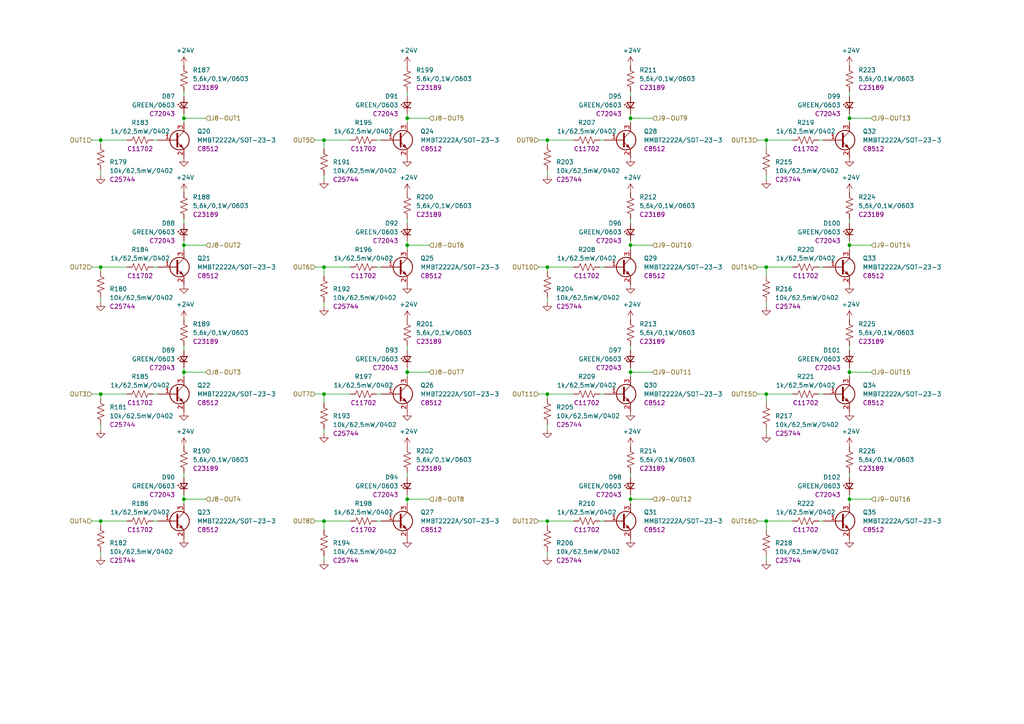
<source format=kicad_sch>
(kicad_sch (version 20230121) (generator eeschema)
  (paper "A4")
  (title_block (title "ESP 32x 24VDC Input 32x 24VDC Output Module") (date "2023-05-04") (rev "V1"))
  (junction (at 182.88 107.95))
  (junction (at 222.25 40.64))
  (junction (at 158.75 114.3))
  (junction (at 222.25 114.3))
  (junction (at 222.25 77.47))
  (junction (at 53.34 71.12))
  (junction (at 29.21 114.3))
  (junction (at 222.25 151.13))
  (junction (at 118.11 107.95))
  (junction (at 118.11 34.29))
  (junction (at 93.98 77.47))
  (junction (at 93.98 151.13))
  (junction (at 118.11 71.12))
  (junction (at 29.21 40.64))
  (junction (at 158.75 77.47))
  (junction (at 158.75 40.64))
  (junction (at 182.88 144.78))
  (junction (at 246.38 144.78))
  (junction (at 182.88 71.12))
  (junction (at 93.98 40.64))
  (junction (at 246.38 107.95))
  (junction (at 182.88 34.29))
  (junction (at 53.34 34.29))
  (junction (at 53.34 107.95))
  (junction (at 246.38 71.12))
  (junction (at 29.21 77.47))
  (junction (at 29.21 151.13))
  (junction (at 118.11 144.78))
  (junction (at 246.38 34.29))
  (junction (at 53.34 144.78))
  (junction (at 158.75 151.13))
  (junction (at 93.98 114.3))
  (wire (pts (xy 182.88 100.33) (xy 182.88 101.6)))
  (wire (pts (xy 29.21 151.13) (xy 36.83 151.13)))
  (wire (pts (xy 29.21 114.3) (xy 29.21 115.57)))
  (wire (pts (xy 182.88 71.12) (xy 182.88 72.39)))
  (wire (pts (xy 53.34 137.16) (xy 53.34 138.43)))
  (wire (pts (xy 93.98 87.63) (xy 93.98 88.9)))
  (wire (pts (xy 109.22 40.64) (xy 110.49 40.64)))
  (wire (pts (xy 182.88 137.16) (xy 182.88 138.43)))
  (wire (pts (xy 93.98 40.64) (xy 101.6 40.64)))
  (wire (pts (xy 29.21 40.64) (xy 29.21 41.91)))
  (wire (pts (xy 109.22 114.3) (xy 110.49 114.3)))
  (wire (pts (xy 158.75 160.02) (xy 158.75 161.29)))
  (wire (pts (xy 246.38 34.29) (xy 252.73 34.29)))
  (wire (pts (xy 93.98 151.13) (xy 93.98 153.67)))
  (wire (pts (xy 118.11 63.5) (xy 118.11 64.77)))
  (wire (pts (xy 44.45 40.64) (xy 45.72 40.64)))
  (wire (pts (xy 182.88 63.5) (xy 182.88 64.77)))
  (wire (pts (xy 246.38 106.68) (xy 246.38 107.95)))
  (wire (pts (xy 118.11 69.85) (xy 118.11 71.12)))
  (wire (pts (xy 93.98 114.3) (xy 93.98 116.84)))
  (wire (pts (xy 158.75 40.64) (xy 158.75 41.91)))
  (wire (pts (xy 91.44 151.13) (xy 93.98 151.13)))
  (wire (pts (xy 26.67 151.13) (xy 29.21 151.13)))
  (wire (pts (xy 53.34 69.85) (xy 53.34 71.12)))
  (wire (pts (xy 29.21 86.36) (xy 29.21 87.63)))
  (wire (pts (xy 29.21 77.47) (xy 29.21 78.74)))
  (wire (pts (xy 93.98 114.3) (xy 101.6 114.3)))
  (wire (pts (xy 118.11 34.29) (xy 124.46 34.29)))
  (wire (pts (xy 219.71 40.64) (xy 222.25 40.64)))
  (wire (pts (xy 118.11 144.78) (xy 118.11 146.05)))
  (wire (pts (xy 29.21 151.13) (xy 29.21 152.4)))
  (wire (pts (xy 222.25 161.29) (xy 222.25 162.56)))
  (wire (pts (xy 156.21 151.13) (xy 158.75 151.13)))
  (wire (pts (xy 156.21 40.64) (xy 158.75 40.64)))
  (wire (pts (xy 246.38 33.02) (xy 246.38 34.29)))
  (wire (pts (xy 44.45 114.3) (xy 45.72 114.3)))
  (wire (pts (xy 118.11 107.95) (xy 124.46 107.95)))
  (wire (pts (xy 158.75 114.3) (xy 166.37 114.3)))
  (wire (pts (xy 93.98 124.46) (xy 93.98 125.73)))
  (wire (pts (xy 93.98 151.13) (xy 101.6 151.13)))
  (wire (pts (xy 93.98 40.64) (xy 93.98 43.18)))
  (wire (pts (xy 53.34 100.33) (xy 53.34 101.6)))
  (wire (pts (xy 158.75 77.47) (xy 166.37 77.47)))
  (wire (pts (xy 173.99 151.13) (xy 175.26 151.13)))
  (wire (pts (xy 182.88 107.95) (xy 189.23 107.95)))
  (wire (pts (xy 29.21 40.64) (xy 36.83 40.64)))
  (wire (pts (xy 219.71 151.13) (xy 222.25 151.13)))
  (wire (pts (xy 53.34 33.02) (xy 53.34 34.29)))
  (wire (pts (xy 44.45 151.13) (xy 45.72 151.13)))
  (wire (pts (xy 182.88 33.02) (xy 182.88 34.29)))
  (wire (pts (xy 246.38 34.29) (xy 246.38 35.56)))
  (wire (pts (xy 118.11 34.29) (xy 118.11 35.56)))
  (wire (pts (xy 158.75 86.36) (xy 158.75 87.63)))
  (wire (pts (xy 59.69 71.12) (xy 53.34 71.12)))
  (wire (pts (xy 53.34 143.51) (xy 53.34 144.78)))
  (wire (pts (xy 158.75 49.53) (xy 158.75 50.8)))
  (wire (pts (xy 246.38 71.12) (xy 246.38 72.39)))
  (wire (pts (xy 246.38 100.33) (xy 246.38 101.6)))
  (wire (pts (xy 118.11 71.12) (xy 118.11 72.39)))
  (wire (pts (xy 182.88 144.78) (xy 182.88 146.05)))
  (wire (pts (xy 93.98 77.47) (xy 93.98 80.01)))
  (wire (pts (xy 53.34 71.12) (xy 53.34 72.39)))
  (wire (pts (xy 222.25 151.13) (xy 222.25 153.67)))
  (wire (pts (xy 26.67 114.3) (xy 29.21 114.3)))
  (wire (pts (xy 182.88 143.51) (xy 182.88 144.78)))
  (wire (pts (xy 246.38 26.67) (xy 246.38 27.94)))
  (wire (pts (xy 222.25 114.3) (xy 229.87 114.3)))
  (wire (pts (xy 109.22 151.13) (xy 110.49 151.13)))
  (wire (pts (xy 182.88 26.67) (xy 182.88 27.94)))
  (wire (pts (xy 237.49 40.64) (xy 238.76 40.64)))
  (wire (pts (xy 246.38 137.16) (xy 246.38 138.43)))
  (wire (pts (xy 118.11 144.78) (xy 124.46 144.78)))
  (wire (pts (xy 26.67 77.47) (xy 29.21 77.47)))
  (wire (pts (xy 109.22 77.47) (xy 110.49 77.47)))
  (wire (pts (xy 182.88 106.68) (xy 182.88 107.95)))
  (wire (pts (xy 29.21 160.02) (xy 29.21 161.29)))
  (wire (pts (xy 29.21 123.19) (xy 29.21 124.46)))
  (wire (pts (xy 246.38 63.5) (xy 246.38 64.77)))
  (wire (pts (xy 44.45 77.47) (xy 45.72 77.47)))
  (wire (pts (xy 189.23 71.12) (xy 182.88 71.12)))
  (wire (pts (xy 182.88 34.29) (xy 182.88 35.56)))
  (wire (pts (xy 156.21 114.3) (xy 158.75 114.3)))
  (wire (pts (xy 222.25 77.47) (xy 229.87 77.47)))
  (wire (pts (xy 118.11 100.33) (xy 118.11 101.6)))
  (wire (pts (xy 53.34 63.5) (xy 53.34 64.77)))
  (wire (pts (xy 53.34 106.68) (xy 53.34 107.95)))
  (wire (pts (xy 93.98 161.29) (xy 93.98 162.56)))
  (wire (pts (xy 219.71 114.3) (xy 222.25 114.3)))
  (wire (pts (xy 118.11 143.51) (xy 118.11 144.78)))
  (wire (pts (xy 222.25 40.64) (xy 229.87 40.64)))
  (wire (pts (xy 246.38 144.78) (xy 246.38 146.05)))
  (wire (pts (xy 93.98 50.8) (xy 93.98 52.07)))
  (wire (pts (xy 118.11 71.12) (xy 124.46 71.12)))
  (wire (pts (xy 53.34 144.78) (xy 59.69 144.78)))
  (wire (pts (xy 246.38 144.78) (xy 252.73 144.78)))
  (wire (pts (xy 118.11 26.67) (xy 118.11 27.94)))
  (wire (pts (xy 182.88 69.85) (xy 182.88 71.12)))
  (wire (pts (xy 222.25 124.46) (xy 222.25 125.73)))
  (wire (pts (xy 59.69 34.29) (xy 53.34 34.29)))
  (wire (pts (xy 219.71 77.47) (xy 222.25 77.47)))
  (wire (pts (xy 158.75 114.3) (xy 158.75 115.57)))
  (wire (pts (xy 29.21 49.53) (xy 29.21 50.8)))
  (wire (pts (xy 222.25 151.13) (xy 229.87 151.13)))
  (wire (pts (xy 222.25 50.8) (xy 222.25 52.07)))
  (wire (pts (xy 158.75 77.47) (xy 158.75 78.74)))
  (wire (pts (xy 53.34 34.29) (xy 53.34 35.56)))
  (wire (pts (xy 246.38 71.12) (xy 252.73 71.12)))
  (wire (pts (xy 158.75 40.64) (xy 166.37 40.64)))
  (wire (pts (xy 53.34 107.95) (xy 59.69 107.95)))
  (wire (pts (xy 93.98 77.47) (xy 101.6 77.47)))
  (wire (pts (xy 53.34 144.78) (xy 53.34 146.05)))
  (wire (pts (xy 156.21 77.47) (xy 158.75 77.47)))
  (wire (pts (xy 222.25 40.64) (xy 222.25 43.18)))
  (wire (pts (xy 237.49 151.13) (xy 238.76 151.13)))
  (wire (pts (xy 26.67 40.64) (xy 29.21 40.64)))
  (wire (pts (xy 222.25 77.47) (xy 222.25 80.01)))
  (wire (pts (xy 118.11 137.16) (xy 118.11 138.43)))
  (wire (pts (xy 118.11 33.02) (xy 118.11 34.29)))
  (wire (pts (xy 91.44 40.64) (xy 93.98 40.64)))
  (wire (pts (xy 246.38 69.85) (xy 246.38 71.12)))
  (wire (pts (xy 237.49 114.3) (xy 238.76 114.3)))
  (wire (pts (xy 158.75 151.13) (xy 166.37 151.13)))
  (wire (pts (xy 53.34 26.67) (xy 53.34 27.94)))
  (wire (pts (xy 246.38 107.95) (xy 252.73 107.95)))
  (wire (pts (xy 29.21 114.3) (xy 36.83 114.3)))
  (wire (pts (xy 91.44 77.47) (xy 93.98 77.47)))
  (wire (pts (xy 91.44 114.3) (xy 93.98 114.3)))
  (wire (pts (xy 118.11 106.68) (xy 118.11 107.95)))
  (wire (pts (xy 246.38 143.51) (xy 246.38 144.78)))
  (wire (pts (xy 189.23 34.29) (xy 182.88 34.29)))
  (wire (pts (xy 182.88 107.95) (xy 182.88 109.22)))
  (wire (pts (xy 237.49 77.47) (xy 238.76 77.47)))
  (wire (pts (xy 158.75 123.19) (xy 158.75 124.46)))
  (wire (pts (xy 222.25 114.3) (xy 222.25 116.84)))
  (wire (pts (xy 246.38 107.95) (xy 246.38 109.22)))
  (wire (pts (xy 182.88 144.78) (xy 189.23 144.78)))
  (wire (pts (xy 173.99 77.47) (xy 175.26 77.47)))
  (wire (pts (xy 158.75 151.13) (xy 158.75 152.4)))
  (wire (pts (xy 29.21 77.47) (xy 36.83 77.47)))
  (wire (pts (xy 53.34 107.95) (xy 53.34 109.22)))
  (wire (pts (xy 173.99 40.64) (xy 175.26 40.64)))
  (wire (pts (xy 118.11 107.95) (xy 118.11 109.22)))
  (wire (pts (xy 222.25 87.63) (xy 222.25 88.9)))
  (wire (pts (xy 173.99 114.3) (xy 175.26 114.3)))
  (hierarchical_label "J8-OUT8" (shape input) (at 124.46 144.78 0))
  (hierarchical_label "J8-OUT6" (shape input) (at 124.46 71.12 0))
  (hierarchical_label "OUT1" (shape input) (at 26.67 40.64 180))
  (hierarchical_label "J8-OUT4" (shape input) (at 59.69 144.78 0))
  (hierarchical_label "OUT12" (shape input) (at 156.21 151.13 180))
  (hierarchical_label "J9-OUT14" (shape input) (at 252.73 71.12 0))
  (hierarchical_label "J8-OUT2" (shape input) (at 59.69 71.12 0))
  (hierarchical_label "J9-OUT16" (shape input) (at 252.73 144.78 0))
  (hierarchical_label "J9-OUT11" (shape input) (at 189.23 107.95 0))
  (hierarchical_label "OUT9" (shape input) (at 156.21 40.64 180))
  (hierarchical_label "OUT7" (shape input) (at 91.44 114.3 180))
  (hierarchical_label "OUT15" (shape input) (at 219.71 114.3 180))
  (hierarchical_label "J8-OUT5" (shape input) (at 124.46 34.29 0))
  (hierarchical_label "J9-OUT15" (shape input) (at 252.73 107.95 0))
  (hierarchical_label "OUT13" (shape input) (at 219.71 40.64 180))
  (hierarchical_label "OUT16" (shape input) (at 219.71 151.13 180))
  (hierarchical_label "J8-OUT1" (shape input) (at 59.69 34.29 0))
  (hierarchical_label "OUT4" (shape input) (at 26.67 151.13 180))
  (hierarchical_label "OUT8" (shape input) (at 91.44 151.13 180))
  (hierarchical_label "OUT14" (shape input) (at 219.71 77.47 180))
  (hierarchical_label "OUT10" (shape input) (at 156.21 77.47 180))
  (hierarchical_label "J8-OUT7" (shape input) (at 124.46 107.95 0))
  (hierarchical_label "J9-OUT12" (shape input) (at 189.23 144.78 0))
  (hierarchical_label "OUT6" (shape input) (at 91.44 77.47 180))
  (hierarchical_label "J9-OUT13" (shape input) (at 252.73 34.29 0))
  (hierarchical_label "OUT3" (shape input) (at 26.67 114.3 180))
  (hierarchical_label "J8-OUT3" (shape input) (at 59.69 107.95 0))
  (hierarchical_label "OUT5" (shape input) (at 91.44 40.64 180))
  (hierarchical_label "J9-OUT9" (shape input) (at 189.23 34.29 0))
  (hierarchical_label "OUT2" (shape input) (at 26.67 77.47 180))
  (hierarchical_label "OUT11" (shape input) (at 156.21 114.3 180))
  (hierarchical_label "J9-OUT10" (shape input) (at 189.23 71.12 0))
  (symbol (lib_id "Device:LED_Small") (at 246.38 67.31 90) (unit 1)
    (property "Reference" "D100" (at 243.84 64.77 90) (effects (justify left)))
    (property "Value" "GREEN/0603" (at 243.84 67.31 90) (effects (justify left)))
    (property "Footprint" "Tales:LED_0603_1608Metric" (effects hide))
    (property "Case" "0603" (effects hide))
    (property "Mfr" "Everlight" (effects hide))
    (property "Mfr PN" "19-217/GHC-YR1S2/3T" (effects hide))
    (property "Vendor" "JLCPCB" (effects hide))
    (property "Vendor PN" "C72043" (effects hide))
    (property "LCSC Part #" "C72043" (at 243.84 69.85 90) (effects (justify left)))
    (property "JLCPCB BOM" "1" (effects hide))
    (instances (project "esp-24v-32ch-v1" (path "" (reference "D100") (unit 1)) (path "" (reference "D84") (unit 1))))
  )
  (symbol (lib_id "Device:R_US") (at 93.98 157.48 0) (unit 1)
    (property "Reference" "R194" (at 96.52 157.48 0) (effects (justify left)))
    (property "Value" "10k/62,5mW/0402" (at 96.52 160.02 0) (effects (justify left)))
    (property "Footprint" "Tales:R_0402_1005Metric" (effects hide))
    (property "Case" "0402/1005" (effects hide))
    (property "Mfr" "Uniroyal" (effects hide))
    (property "Vendor" "JLCPCB" (effects hide))
    (property "Mfr PN" "0402WGF1002TCE" (effects hide))
    (property "Vendor PN" "C25744" (effects hide))
    (property "LCSC Part #" "C25744" (at 96.52 162.56 0) (effects (justify left)))
    (property "JLCPCB BOM" "1" (effects hide))
    (instances (project "esp-24v-32ch-v1" (path "" (reference "R194") (unit 1)) (path "" (reference "R146") (unit 1))))
  )
  (symbol (lib_id "power:GND") (at 182.88 45.72 0) (unit 1)
    (property "Reference" "#PWR0290" (effects hide))
    (property "Value" "GNDREF" (effects hide))
    (instances (project "esp-24v-32ch-v1" (path "" (reference "#PWR0290") (unit 1)) (path "" (reference "#PWR0240") (unit 1))))
  )
  (symbol (lib_id "Device:R_US") (at 158.75 45.72 0) (unit 1)
    (property "Reference" "R203" (at 161.29 46.99 0) (effects (justify left)))
    (property "Value" "10k/62,5mW/0402" (at 161.29 49.53 0) (effects (justify left)))
    (property "Footprint" "Tales:R_0402_1005Metric" (effects hide))
    (property "Case" "0402/1005" (effects hide))
    (property "Mfr" "Uniroyal" (effects hide))
    (property "Vendor" "JLCPCB" (effects hide))
    (property "Mfr PN" "0402WGF1002TCE" (effects hide))
    (property "Vendor PN" "C25744" (effects hide))
    (property "LCSC Part #" "C25744" (at 161.29 52.07 0) (effects (justify left)))
    (property "JLCPCB BOM" "1" (effects hide))
    (instances (project "esp-24v-32ch-v1" (path "" (reference "R203") (unit 1)) (path "" (reference "R155") (unit 1))))
  )
  (symbol (lib_id "Device:R_US") (at 170.18 40.64 270) (unit 1)
    (property "Reference" "R207" (at 170.18 35.56 90))
    (property "Value" "1k/62,5mW/0402" (at 170.18 38.1 90))
    (property "Footprint" "Tales:R_0402_1005Metric" (effects hide))
    (property "Case" "0402/1005" (effects hide))
    (property "Mfr" "Uniroyal" (effects hide))
    (property "Mfr PN" "0402WGF1001TCE" (effects hide))
    (property "Vendor" "JLCPCB" (effects hide))
    (property "Vendor PN" "C11702" (effects hide))
    (property "LCSC Part #" "C11702" (at 170.18 43.18 90))
    (property "JLCPCB BOM" "1" (effects hide))
    (instances (project "esp-24v-32ch-v1" (path "" (reference "R207") (unit 1)) (path "" (reference "R159") (unit 1))))
  )
  (symbol (lib_id "Device:LED_Small") (at 53.34 104.14 90) (unit 1)
    (property "Reference" "D89" (at 50.8 101.6 90) (effects (justify left)))
    (property "Value" "GREEN/0603" (at 50.8 104.14 90) (effects (justify left)))
    (property "Footprint" "Tales:LED_0603_1608Metric" (effects hide))
    (property "Case" "0603" (effects hide))
    (property "Mfr" "Everlight" (effects hide))
    (property "Mfr PN" "19-217/GHC-YR1S2/3T" (effects hide))
    (property "Vendor" "JLCPCB" (effects hide))
    (property "Vendor PN" "C72043" (effects hide))
    (property "LCSC Part #" "C72043" (at 50.8 106.68 90) (effects (justify left)))
    (property "JLCPCB BOM" "1" (effects hide))
    (instances (project "esp-24v-32ch-v1" (path "" (reference "D89") (unit 1)) (path "" (reference "D73") (unit 1))))
  )
  (symbol (lib_id "Device:R_US") (at 233.68 151.13 270) (unit 1)
    (property "Reference" "R222" (at 233.68 146.05 90))
    (property "Value" "1k/62,5mW/0402" (at 233.68 148.59 90))
    (property "Footprint" "Tales:R_0402_1005Metric" (effects hide))
    (property "Case" "0402/1005" (effects hide))
    (property "Mfr" "Uniroyal" (effects hide))
    (property "Mfr PN" "0402WGF1001TCE" (effects hide))
    (property "Vendor" "JLCPCB" (effects hide))
    (property "Vendor PN" "C11702" (effects hide))
    (property "LCSC Part #" "C11702" (at 233.68 153.67 90))
    (property "JLCPCB BOM" "1" (effects hide))
    (instances (project "esp-24v-32ch-v1" (path "" (reference "R222") (unit 1)) (path "" (reference "R174") (unit 1))))
  )
  (symbol (lib_id "power:GND") (at 29.21 161.29 0) (unit 1)
    (property "Reference" "#PWR0264" (effects hide))
    (property "Value" "GNDREF" (effects hide))
    (instances (project "esp-24v-32ch-v1" (path "" (reference "#PWR0264") (unit 1)) (path "" (reference "#PWR0214") (unit 1))))
  )
  (symbol (lib_id "power:+24V") (at 118.11 129.54 0) (unit 1)
    (property "Reference" "#PWR0283" (effects hide))
    (property "Value" "+24V" (at 118.491 125.1458 0))
    (instances (project "esp-24v-32ch-v1" (path "" (reference "#PWR0283") (unit 1)) (path "" (reference "#PWR0233") (unit 1))))
  )
  (symbol (lib_id "Device:R_US") (at 246.38 22.86 0) (unit 1)
    (property "Reference" "R223" (at 248.92 20.32 0) (effects (justify left)))
    (property "Value" "5,6k/0,1W/0603" (at 248.92 22.86 0) (effects (justify left)))
    (property "Footprint" "Tales:R_0603_1608Metric" (effects hide))
    (property "Case" "0603/1608" (effects hide))
    (property "Mfr" "Uniroyal" (effects hide))
    (property "Mfr PN" "0603WAF5601T5E" (effects hide))
    (property "Vendor" "JLCPCB" (effects hide))
    (property "Vendor PN" "C23189" (effects hide))
    (property "LCSC Part #" "C23189" (at 248.92 25.4 0) (effects (justify left)))
    (property "JLCPCB BOM" "1" (effects hide))
    (instances (project "esp-24v-32ch-v1" (path "" (reference "R223") (unit 1)) (path "" (reference "R175") (unit 1))))
  )
  (symbol (lib_id "Device:R_US") (at 93.98 83.82 0) (unit 1)
    (property "Reference" "R192" (at 96.52 83.82 0) (effects (justify left)))
    (property "Value" "10k/62,5mW/0402" (at 96.52 86.36 0) (effects (justify left)))
    (property "Footprint" "Tales:R_0402_1005Metric" (effects hide))
    (property "Case" "0402/1005" (effects hide))
    (property "Mfr" "Uniroyal" (effects hide))
    (property "Vendor" "JLCPCB" (effects hide))
    (property "Mfr PN" "0402WGF1002TCE" (effects hide))
    (property "Vendor PN" "C25744" (effects hide))
    (property "LCSC Part #" "C25744" (at 96.52 88.9 0) (effects (justify left)))
    (property "JLCPCB BOM" "1" (effects hide))
    (instances (project "esp-24v-32ch-v1" (path "" (reference "R192") (unit 1)) (path "" (reference "R144") (unit 1))))
  )
  (symbol (lib_id "Device:R_US") (at 222.25 120.65 0) (unit 1)
    (property "Reference" "R217" (at 224.79 120.65 0) (effects (justify left)))
    (property "Value" "10k/62,5mW/0402" (at 224.79 123.19 0) (effects (justify left)))
    (property "Footprint" "Tales:R_0402_1005Metric" (effects hide))
    (property "Case" "0402/1005" (effects hide))
    (property "Mfr" "Uniroyal" (effects hide))
    (property "Vendor" "JLCPCB" (effects hide))
    (property "Mfr PN" "0402WGF1002TCE" (effects hide))
    (property "Vendor PN" "C25744" (effects hide))
    (property "LCSC Part #" "C25744" (at 224.79 125.73 0) (effects (justify left)))
    (property "JLCPCB BOM" "1" (effects hide))
    (instances (project "esp-24v-32ch-v1" (path "" (reference "R217") (unit 1)) (path "" (reference "R169") (unit 1))))
  )
  (symbol (lib_id "Device:R_US") (at 158.75 156.21 0) (unit 1)
    (property "Reference" "R206" (at 161.29 157.48 0) (effects (justify left)))
    (property "Value" "10k/62,5mW/0402" (at 161.29 160.02 0) (effects (justify left)))
    (property "Footprint" "Tales:R_0402_1005Metric" (effects hide))
    (property "Case" "0402/1005" (effects hide))
    (property "Mfr" "Uniroyal" (effects hide))
    (property "Vendor" "JLCPCB" (effects hide))
    (property "Mfr PN" "0402WGF1002TCE" (effects hide))
    (property "Vendor PN" "C25744" (effects hide))
    (property "LCSC Part #" "C25744" (at 161.29 162.56 0) (effects (justify left)))
    (property "JLCPCB BOM" "1" (effects hide))
    (instances (project "esp-24v-32ch-v1" (path "" (reference "R206") (unit 1)) (path "" (reference "R158") (unit 1))))
  )
  (symbol (lib_id "power:+24V") (at 182.88 129.54 0) (unit 1)
    (property "Reference" "#PWR0295" (effects hide))
    (property "Value" "+24V" (at 183.261 125.1458 0))
    (instances (project "esp-24v-32ch-v1" (path "" (reference "#PWR0295") (unit 1)) (path "" (reference "#PWR0245") (unit 1))))
  )
  (symbol (lib_id "power:+24V") (at 246.38 19.05 0) (unit 1)
    (property "Reference" "#PWR0301" (effects hide))
    (property "Value" "+24V" (at 246.761 14.6558 0))
    (instances (project "esp-24v-32ch-v1" (path "" (reference "#PWR0301") (unit 1)) (path "" (reference "#PWR0251") (unit 1))))
  )
  (symbol (lib_id "Device:LED_Small") (at 246.38 140.97 90) (unit 1)
    (property "Reference" "D102" (at 243.84 138.43 90) (effects (justify left)))
    (property "Value" "GREEN/0603" (at 243.84 140.97 90) (effects (justify left)))
    (property "Footprint" "Tales:LED_0603_1608Metric" (effects hide))
    (property "Case" "0603" (effects hide))
    (property "Mfr" "Everlight" (effects hide))
    (property "Mfr PN" "19-217/GHC-YR1S2/3T" (effects hide))
    (property "Vendor" "JLCPCB" (effects hide))
    (property "Vendor PN" "C72043" (effects hide))
    (property "LCSC Part #" "C72043" (at 243.84 143.51 90) (effects (justify left)))
    (property "JLCPCB BOM" "1" (effects hide))
    (instances (project "esp-24v-32ch-v1" (path "" (reference "D102") (unit 1)) (path "" (reference "D86") (unit 1))))
  )
  (symbol (lib_id "Device:Q_NPN_BEC") (at 243.84 77.47 0) (unit 1)
    (property "Reference" "Q33" (at 250.19 74.93 0) (effects (justify left)))
    (property "Value" "MMBT2222A/SOT-23-3" (at 250.19 77.47 0) (effects (justify left)))
    (property "Footprint" "Tales:SOT-23" (effects hide))
    (property "Case" "SOT-23-3" (effects hide))
    (property "Mfr" "Changjiang" (effects hide))
    (property "Mfr PN" "MMBT2222A" (effects hide))
    (property "Technology" "BJT" (effects hide))
    (property "Vendor" "JLCPCB" (effects hide))
    (property "Vendor PN" "C8512" (effects hide))
    (property "JLCPCB BOM" "1" (effects hide))
    (property "LCSC Part #" "C8512" (at 250.19 80.01 0) (effects (justify left)))
    (instances (project "esp-24v-32ch-v1" (path "" (reference "Q33") (unit 1)) (path "" (reference "Q17") (unit 1))))
  )
  (symbol (lib_id "power:GND") (at 158.75 87.63 0) (unit 1)
    (property "Reference" "#PWR0286" (effects hide))
    (property "Value" "GNDREF" (effects hide))
    (instances (project "esp-24v-32ch-v1" (path "" (reference "#PWR0286") (unit 1)) (path "" (reference "#PWR0236") (unit 1))))
  )
  (symbol (lib_id "Device:R_US") (at 105.41 40.64 270) (unit 1)
    (property "Reference" "R195" (at 105.41 35.56 90))
    (property "Value" "1k/62,5mW/0402" (at 105.41 38.1 90))
    (property "Footprint" "Tales:R_0402_1005Metric" (effects hide))
    (property "Case" "0402/1005" (effects hide))
    (property "Mfr" "Uniroyal" (effects hide))
    (property "Mfr PN" "0402WGF1001TCE" (effects hide))
    (property "Vendor" "JLCPCB" (effects hide))
    (property "Vendor PN" "C11702" (effects hide))
    (property "LCSC Part #" "C11702" (at 105.41 43.18 90))
    (property "JLCPCB BOM" "1" (effects hide))
    (instances (project "esp-24v-32ch-v1" (path "" (reference "R195") (unit 1)) (path "" (reference "R147") (unit 1))))
  )
  (symbol (lib_id "power:+24V") (at 53.34 129.54 0) (unit 1)
    (property "Reference" "#PWR0271" (effects hide))
    (property "Value" "+24V" (at 53.721 125.1458 0))
    (instances (project "esp-24v-32ch-v1" (path "" (reference "#PWR0271") (unit 1)) (path "" (reference "#PWR0221") (unit 1))))
  )
  (symbol (lib_id "power:GND") (at 246.38 119.38 0) (unit 1)
    (property "Reference" "#PWR0306" (effects hide))
    (property "Value" "GNDREF" (effects hide))
    (instances (project "esp-24v-32ch-v1" (path "" (reference "#PWR0306") (unit 1)) (path "" (reference "#PWR0256") (unit 1))))
  )
  (symbol (lib_id "power:GND") (at 246.38 156.21 0) (unit 1)
    (property "Reference" "#PWR0308" (effects hide))
    (property "Value" "GNDREF" (effects hide))
    (instances (project "esp-24v-32ch-v1" (path "" (reference "#PWR0308") (unit 1)) (path "" (reference "#PWR0258") (unit 1))))
  )
  (symbol (lib_id "power:GND") (at 93.98 162.56 0) (unit 1)
    (property "Reference" "#PWR0276" (effects hide))
    (property "Value" "GNDREF" (effects hide))
    (instances (project "esp-24v-32ch-v1" (path "" (reference "#PWR0276") (unit 1)) (path "" (reference "#PWR0226") (unit 1))))
  )
  (symbol (lib_id "Device:Q_NPN_BEC") (at 115.57 77.47 0) (unit 1)
    (property "Reference" "Q25" (at 121.92 74.93 0) (effects (justify left)))
    (property "Value" "MMBT2222A/SOT-23-3" (at 121.92 77.47 0) (effects (justify left)))
    (property "Footprint" "Tales:SOT-23" (effects hide))
    (property "Case" "SOT-23-3" (effects hide))
    (property "Mfr" "Changjiang" (effects hide))
    (property "Mfr PN" "MMBT2222A" (effects hide))
    (property "Technology" "BJT" (effects hide))
    (property "Vendor" "JLCPCB" (effects hide))
    (property "Vendor PN" "C8512" (effects hide))
    (property "JLCPCB BOM" "1" (effects hide))
    (property "LCSC Part #" "C8512" (at 121.92 80.01 0) (effects (justify left)))
    (instances (project "esp-24v-32ch-v1" (path "" (reference "Q25") (unit 1)) (path "" (reference "Q9") (unit 1))))
  )
  (symbol (lib_id "Device:LED_Small") (at 53.34 30.48 90) (unit 1)
    (property "Reference" "D87" (at 50.8 27.94 90) (effects (justify left)))
    (property "Value" "GREEN/0603" (at 50.8 30.48 90) (effects (justify left)))
    (property "Footprint" "Tales:LED_0603_1608Metric" (effects hide))
    (property "Case" "0603" (effects hide))
    (property "Mfr" "Everlight" (effects hide))
    (property "Mfr PN" "19-217/GHC-YR1S2/3T" (effects hide))
    (property "Vendor" "JLCPCB" (effects hide))
    (property "Vendor PN" "C72043" (effects hide))
    (property "LCSC Part #" "C72043" (at 50.8 33.02 90) (effects (justify left)))
    (property "JLCPCB BOM" "1" (effects hide))
    (instances (project "esp-24v-32ch-v1" (path "" (reference "D87") (unit 1)) (path "" (reference "D71") (unit 1))))
  )
  (symbol (lib_id "power:+24V") (at 53.34 92.71 0) (unit 1)
    (property "Reference" "#PWR0269" (effects hide))
    (property "Value" "+24V" (at 53.721 88.3158 0))
    (instances (project "esp-24v-32ch-v1" (path "" (reference "#PWR0269") (unit 1)) (path "" (reference "#PWR0219") (unit 1))))
  )
  (symbol (lib_id "Device:R_US") (at 93.98 120.65 0) (unit 1)
    (property "Reference" "R193" (at 96.52 120.65 0) (effects (justify left)))
    (property "Value" "10k/62,5mW/0402" (at 96.52 123.19 0) (effects (justify left)))
    (property "Footprint" "Tales:R_0402_1005Metric" (effects hide))
    (property "Case" "0402/1005" (effects hide))
    (property "Mfr" "Uniroyal" (effects hide))
    (property "Vendor" "JLCPCB" (effects hide))
    (property "Mfr PN" "0402WGF1002TCE" (effects hide))
    (property "Vendor PN" "C25744" (effects hide))
    (property "LCSC Part #" "C25744" (at 96.52 125.73 0) (effects (justify left)))
    (property "JLCPCB BOM" "1" (effects hide))
    (instances (project "esp-24v-32ch-v1" (path "" (reference "R193") (unit 1)) (path "" (reference "R145") (unit 1))))
  )
  (symbol (lib_id "power:GND") (at 53.34 82.55 0) (unit 1)
    (property "Reference" "#PWR0268" (effects hide))
    (property "Value" "GNDREF" (effects hide))
    (instances (project "esp-24v-32ch-v1" (path "" (reference "#PWR0268") (unit 1)) (path "" (reference "#PWR0218") (unit 1))))
  )
  (symbol (lib_id "Device:R_US") (at 118.11 59.69 0) (unit 1)
    (property "Reference" "R200" (at 120.65 57.15 0) (effects (justify left)))
    (property "Value" "5,6k/0,1W/0603" (at 120.65 59.69 0) (effects (justify left)))
    (property "Footprint" "Tales:R_0603_1608Metric" (effects hide))
    (property "Case" "0603/1608" (effects hide))
    (property "Mfr" "Uniroyal" (effects hide))
    (property "Mfr PN" "0603WAF5601T5E" (effects hide))
    (property "Vendor" "JLCPCB" (effects hide))
    (property "Vendor PN" "C23189" (effects hide))
    (property "LCSC Part #" "C23189" (at 120.65 62.23 0) (effects (justify left)))
    (property "JLCPCB BOM" "1" (effects hide))
    (instances (project "esp-24v-32ch-v1" (path "" (reference "R200") (unit 1)) (path "" (reference "R152") (unit 1))))
  )
  (symbol (lib_id "Device:Q_NPN_BEC") (at 50.8 77.47 0) (unit 1)
    (property "Reference" "Q21" (at 57.15 74.93 0) (effects (justify left)))
    (property "Value" "MMBT2222A/SOT-23-3" (at 57.15 77.47 0) (effects (justify left)))
    (property "Footprint" "Tales:SOT-23" (effects hide))
    (property "Case" "SOT-23-3" (effects hide))
    (property "Mfr" "Changjiang" (effects hide))
    (property "Mfr PN" "MMBT2222A" (effects hide))
    (property "Technology" "BJT" (effects hide))
    (property "Vendor" "JLCPCB" (effects hide))
    (property "Vendor PN" "C8512" (effects hide))
    (property "JLCPCB BOM" "1" (effects hide))
    (property "LCSC Part #" "C8512" (at 57.15 80.01 0) (effects (justify left)))
    (instances (project "esp-24v-32ch-v1" (path "" (reference "Q21") (unit 1)) (path "" (reference "Q5") (unit 1))))
  )
  (symbol (lib_id "Device:R_US") (at 222.25 46.99 0) (unit 1)
    (property "Reference" "R215" (at 224.79 46.99 0) (effects (justify left)))
    (property "Value" "10k/62,5mW/0402" (at 224.79 49.53 0) (effects (justify left)))
    (property "Footprint" "Tales:R_0402_1005Metric" (effects hide))
    (property "Case" "0402/1005" (effects hide))
    (property "Mfr" "Uniroyal" (effects hide))
    (property "Vendor" "JLCPCB" (effects hide))
    (property "Mfr PN" "0402WGF1002TCE" (effects hide))
    (property "Vendor PN" "C25744" (effects hide))
    (property "LCSC Part #" "C25744" (at 224.79 52.07 0) (effects (justify left)))
    (property "JLCPCB BOM" "1" (effects hide))
    (instances (project "esp-24v-32ch-v1" (path "" (reference "R215") (unit 1)) (path "" (reference "R167") (unit 1))))
  )
  (symbol (lib_id "power:GND") (at 182.88 119.38 0) (unit 1)
    (property "Reference" "#PWR0294" (effects hide))
    (property "Value" "GNDREF" (effects hide))
    (instances (project "esp-24v-32ch-v1" (path "" (reference "#PWR0294") (unit 1)) (path "" (reference "#PWR0244") (unit 1))))
  )
  (symbol (lib_id "power:+24V") (at 246.38 129.54 0) (unit 1)
    (property "Reference" "#PWR0307" (effects hide))
    (property "Value" "+24V" (at 246.761 125.1458 0))
    (instances (project "esp-24v-32ch-v1" (path "" (reference "#PWR0307") (unit 1)) (path "" (reference "#PWR0257") (unit 1))))
  )
  (symbol (lib_id "Device:R_US") (at 170.18 114.3 270) (unit 1)
    (property "Reference" "R209" (at 170.18 109.22 90))
    (property "Value" "1k/62,5mW/0402" (at 170.18 111.76 90))
    (property "Footprint" "Tales:R_0402_1005Metric" (effects hide))
    (property "Case" "0402/1005" (effects hide))
    (property "Mfr" "Uniroyal" (effects hide))
    (property "Mfr PN" "0402WGF1001TCE" (effects hide))
    (property "Vendor" "JLCPCB" (effects hide))
    (property "Vendor PN" "C11702" (effects hide))
    (property "LCSC Part #" "C11702" (at 170.18 116.84 90))
    (property "JLCPCB BOM" "1" (effects hide))
    (instances (project "esp-24v-32ch-v1" (path "" (reference "R209") (unit 1)) (path "" (reference "R161") (unit 1))))
  )
  (symbol (lib_id "Device:LED_Small") (at 182.88 140.97 90) (unit 1)
    (property "Reference" "D98" (at 180.34 138.43 90) (effects (justify left)))
    (property "Value" "GREEN/0603" (at 180.34 140.97 90) (effects (justify left)))
    (property "Footprint" "Tales:LED_0603_1608Metric" (effects hide))
    (property "Case" "0603" (effects hide))
    (property "Mfr" "Everlight" (effects hide))
    (property "Mfr PN" "19-217/GHC-YR1S2/3T" (effects hide))
    (property "Vendor" "JLCPCB" (effects hide))
    (property "Vendor PN" "C72043" (effects hide))
    (property "LCSC Part #" "C72043" (at 180.34 143.51 90) (effects (justify left)))
    (property "JLCPCB BOM" "1" (effects hide))
    (instances (project "esp-24v-32ch-v1" (path "" (reference "D98") (unit 1)) (path "" (reference "D82") (unit 1))))
  )
  (symbol (lib_id "power:GND") (at 118.11 82.55 0) (unit 1)
    (property "Reference" "#PWR0280" (effects hide))
    (property "Value" "GNDREF" (effects hide))
    (instances (project "esp-24v-32ch-v1" (path "" (reference "#PWR0280") (unit 1)) (path "" (reference "#PWR0230") (unit 1))))
  )
  (symbol (lib_id "power:GND") (at 222.25 88.9 0) (unit 1)
    (property "Reference" "#PWR0298" (effects hide))
    (property "Value" "GNDREF" (effects hide))
    (instances (project "esp-24v-32ch-v1" (path "" (reference "#PWR0298") (unit 1)) (path "" (reference "#PWR0248") (unit 1))))
  )
  (symbol (lib_id "power:+24V") (at 182.88 92.71 0) (unit 1)
    (property "Reference" "#PWR0293" (effects hide))
    (property "Value" "+24V" (at 183.261 88.3158 0))
    (instances (project "esp-24v-32ch-v1" (path "" (reference "#PWR0293") (unit 1)) (path "" (reference "#PWR0243") (unit 1))))
  )
  (symbol (lib_id "power:GND") (at 222.25 52.07 0) (unit 1)
    (property "Reference" "#PWR0297" (effects hide))
    (property "Value" "GNDREF" (effects hide))
    (instances (project "esp-24v-32ch-v1" (path "" (reference "#PWR0297") (unit 1)) (path "" (reference "#PWR0247") (unit 1))))
  )
  (symbol (lib_id "power:GND") (at 29.21 124.46 0) (unit 1)
    (property "Reference" "#PWR0263" (effects hide))
    (property "Value" "GNDREF" (effects hide))
    (instances (project "esp-24v-32ch-v1" (path "" (reference "#PWR0263") (unit 1)) (path "" (reference "#PWR0213") (unit 1))))
  )
  (symbol (lib_id "Device:R_US") (at 29.21 82.55 0) (unit 1)
    (property "Reference" "R180" (at 31.75 83.82 0) (effects (justify left)))
    (property "Value" "10k/62,5mW/0402" (at 31.75 86.36 0) (effects (justify left)))
    (property "Footprint" "Tales:R_0402_1005Metric" (effects hide))
    (property "Case" "0402/1005" (effects hide))
    (property "Mfr" "Uniroyal" (effects hide))
    (property "Vendor" "JLCPCB" (effects hide))
    (property "Mfr PN" "0402WGF1002TCE" (effects hide))
    (property "Vendor PN" "C25744" (effects hide))
    (property "LCSC Part #" "C25744" (at 31.75 88.9 0) (effects (justify left)))
    (property "JLCPCB BOM" "1" (effects hide))
    (instances (project "esp-24v-32ch-v1" (path "" (reference "R180") (unit 1)) (path "" (reference "R132") (unit 1))))
  )
  (symbol (lib_id "Device:Q_NPN_BEC") (at 243.84 40.64 0) (unit 1)
    (property "Reference" "Q32" (at 250.19 38.1 0) (effects (justify left)))
    (property "Value" "MMBT2222A/SOT-23-3" (at 250.19 40.64 0) (effects (justify left)))
    (property "Footprint" "Tales:SOT-23" (effects hide))
    (property "Case" "SOT-23-3" (effects hide))
    (property "Mfr" "Changjiang" (effects hide))
    (property "Mfr PN" "MMBT2222A" (effects hide))
    (property "Technology" "BJT" (effects hide))
    (property "Vendor" "JLCPCB" (effects hide))
    (property "Vendor PN" "C8512" (effects hide))
    (property "JLCPCB BOM" "1" (effects hide))
    (property "LCSC Part #" "C8512" (at 250.19 43.18 0) (effects (justify left)))
    (instances (project "esp-24v-32ch-v1" (path "" (reference "Q32") (unit 1)) (path "" (reference "Q16") (unit 1))))
  )
  (symbol (lib_id "Device:Q_NPN_BEC") (at 115.57 114.3 0) (unit 1)
    (property "Reference" "Q26" (at 121.92 111.76 0) (effects (justify left)))
    (property "Value" "MMBT2222A/SOT-23-3" (at 121.92 114.3 0) (effects (justify left)))
    (property "Footprint" "Tales:SOT-23" (effects hide))
    (property "Case" "SOT-23-3" (effects hide))
    (property "Mfr" "Changjiang" (effects hide))
    (property "Mfr PN" "MMBT2222A" (effects hide))
    (property "Technology" "BJT" (effects hide))
    (property "Vendor" "JLCPCB" (effects hide))
    (property "Vendor PN" "C8512" (effects hide))
    (property "JLCPCB BOM" "1" (effects hide))
    (property "LCSC Part #" "C8512" (at 121.92 116.84 0) (effects (justify left)))
    (instances (project "esp-24v-32ch-v1" (path "" (reference "Q26") (unit 1)) (path "" (reference "Q10") (unit 1))))
  )
  (symbol (lib_id "Device:R_US") (at 29.21 156.21 0) (unit 1)
    (property "Reference" "R182" (at 31.75 157.48 0) (effects (justify left)))
    (property "Value" "10k/62,5mW/0402" (at 31.75 160.02 0) (effects (justify left)))
    (property "Footprint" "Tales:R_0402_1005Metric" (effects hide))
    (property "Case" "0402/1005" (effects hide))
    (property "Mfr" "Uniroyal" (effects hide))
    (property "Vendor" "JLCPCB" (effects hide))
    (property "Mfr PN" "0402WGF1002TCE" (effects hide))
    (property "Vendor PN" "C25744" (effects hide))
    (property "LCSC Part #" "C25744" (at 31.75 162.56 0) (effects (justify left)))
    (property "JLCPCB BOM" "1" (effects hide))
    (instances (project "esp-24v-32ch-v1" (path "" (reference "R182") (unit 1)) (path "" (reference "R134") (unit 1))))
  )
  (symbol (lib_id "Device:R_US") (at 182.88 59.69 0) (unit 1)
    (property "Reference" "R212" (at 185.42 57.15 0) (effects (justify left)))
    (property "Value" "5,6k/0,1W/0603" (at 185.42 59.69 0) (effects (justify left)))
    (property "Footprint" "Tales:R_0603_1608Metric" (effects hide))
    (property "Case" "0603/1608" (effects hide))
    (property "Mfr" "Uniroyal" (effects hide))
    (property "Mfr PN" "0603WAF5601T5E" (effects hide))
    (property "Vendor" "JLCPCB" (effects hide))
    (property "Vendor PN" "C23189" (effects hide))
    (property "LCSC Part #" "C23189" (at 185.42 62.23 0) (effects (justify left)))
    (property "JLCPCB BOM" "1" (effects hide))
    (instances (project "esp-24v-32ch-v1" (path "" (reference "R212") (unit 1)) (path "" (reference "R164") (unit 1))))
  )
  (symbol (lib_id "Device:LED_Small") (at 118.11 67.31 90) (unit 1)
    (property "Reference" "D92" (at 115.57 64.77 90) (effects (justify left)))
    (property "Value" "GREEN/0603" (at 115.57 67.31 90) (effects (justify left)))
    (property "Footprint" "Tales:LED_0603_1608Metric" (effects hide))
    (property "Case" "0603" (effects hide))
    (property "Mfr" "Everlight" (effects hide))
    (property "Mfr PN" "19-217/GHC-YR1S2/3T" (effects hide))
    (property "Vendor" "JLCPCB" (effects hide))
    (property "Vendor PN" "C72043" (effects hide))
    (property "LCSC Part #" "C72043" (at 115.57 69.85 90) (effects (justify left)))
    (property "JLCPCB BOM" "1" (effects hide))
    (instances (project "esp-24v-32ch-v1" (path "" (reference "D92") (unit 1)) (path "" (reference "D76") (unit 1))))
  )
  (symbol (lib_id "Device:R_US") (at 93.98 46.99 0) (unit 1)
    (property "Reference" "R191" (at 96.52 46.99 0) (effects (justify left)))
    (property "Value" "10k/62,5mW/0402" (at 96.52 49.53 0) (effects (justify left)))
    (property "Footprint" "Tales:R_0402_1005Metric" (effects hide))
    (property "Case" "0402/1005" (effects hide))
    (property "Mfr" "Uniroyal" (effects hide))
    (property "Vendor" "JLCPCB" (effects hide))
    (property "Mfr PN" "0402WGF1002TCE" (effects hide))
    (property "Vendor PN" "C25744" (effects hide))
    (property "LCSC Part #" "C25744" (at 96.52 52.07 0) (effects (justify left)))
    (property "JLCPCB BOM" "1" (effects hide))
    (instances (project "esp-24v-32ch-v1" (path "" (reference "R191") (unit 1)) (path "" (reference "R143") (unit 1))))
  )
  (symbol (lib_id "Device:LED_Small") (at 118.11 104.14 90) (unit 1)
    (property "Reference" "D93" (at 115.57 101.6 90) (effects (justify left)))
    (property "Value" "GREEN/0603" (at 115.57 104.14 90) (effects (justify left)))
    (property "Footprint" "Tales:LED_0603_1608Metric" (effects hide))
    (property "Case" "0603" (effects hide))
    (property "Mfr" "Everlight" (effects hide))
    (property "Mfr PN" "19-217/GHC-YR1S2/3T" (effects hide))
    (property "Vendor" "JLCPCB" (effects hide))
    (property "Vendor PN" "C72043" (effects hide))
    (property "LCSC Part #" "C72043" (at 115.57 106.68 90) (effects (justify left)))
    (property "JLCPCB BOM" "1" (effects hide))
    (instances (project "esp-24v-32ch-v1" (path "" (reference "D93") (unit 1)) (path "" (reference "D77") (unit 1))))
  )
  (symbol (lib_id "Device:LED_Small") (at 182.88 67.31 90) (unit 1)
    (property "Reference" "D96" (at 180.34 64.77 90) (effects (justify left)))
    (property "Value" "GREEN/0603" (at 180.34 67.31 90) (effects (justify left)))
    (property "Footprint" "Tales:LED_0603_1608Metric" (effects hide))
    (property "Case" "0603" (effects hide))
    (property "Mfr" "Everlight" (effects hide))
    (property "Mfr PN" "19-217/GHC-YR1S2/3T" (effects hide))
    (property "Vendor" "JLCPCB" (effects hide))
    (property "Vendor PN" "C72043" (effects hide))
    (property "LCSC Part #" "C72043" (at 180.34 69.85 90) (effects (justify left)))
    (property "JLCPCB BOM" "1" (effects hide))
    (instances (project "esp-24v-32ch-v1" (path "" (reference "D96") (unit 1)) (path "" (reference "D80") (unit 1))))
  )
  (symbol (lib_id "Device:R_US") (at 53.34 96.52 0) (unit 1)
    (property "Reference" "R189" (at 55.88 93.98 0) (effects (justify left)))
    (property "Value" "5,6k/0,1W/0603" (at 55.88 96.52 0) (effects (justify left)))
    (property "Footprint" "Tales:R_0603_1608Metric" (effects hide))
    (property "Case" "0603/1608" (effects hide))
    (property "Mfr" "Uniroyal" (effects hide))
    (property "Mfr PN" "0603WAF5601T5E" (effects hide))
    (property "Vendor" "JLCPCB" (effects hide))
    (property "Vendor PN" "C23189" (effects hide))
    (property "LCSC Part #" "C23189" (at 55.88 99.06 0) (effects (justify left)))
    (property "JLCPCB BOM" "1" (effects hide))
    (instances (project "esp-24v-32ch-v1" (path "" (reference "R189") (unit 1)) (path "" (reference "R141") (unit 1))))
  )
  (symbol (lib_id "power:GND") (at 53.34 119.38 0) (unit 1)
    (property "Reference" "#PWR0270" (effects hide))
    (property "Value" "GNDREF" (effects hide))
    (instances (project "esp-24v-32ch-v1" (path "" (reference "#PWR0270") (unit 1)) (path "" (reference "#PWR0220") (unit 1))))
  )
  (symbol (lib_id "power:+24V") (at 118.11 92.71 0) (unit 1)
    (property "Reference" "#PWR0281" (effects hide))
    (property "Value" "+24V" (at 118.491 88.3158 0))
    (instances (project "esp-24v-32ch-v1" (path "" (reference "#PWR0281") (unit 1)) (path "" (reference "#PWR0231") (unit 1))))
  )
  (symbol (lib_id "Device:R_US") (at 182.88 22.86 0) (unit 1)
    (property "Reference" "R211" (at 185.42 20.32 0) (effects (justify left)))
    (property "Value" "5,6k/0,1W/0603" (at 185.42 22.86 0) (effects (justify left)))
    (property "Footprint" "Tales:R_0603_1608Metric" (effects hide))
    (property "Case" "0603/1608" (effects hide))
    (property "Mfr" "Uniroyal" (effects hide))
    (property "Mfr PN" "0603WAF5601T5E" (effects hide))
    (property "Vendor" "JLCPCB" (effects hide))
    (property "Vendor PN" "C23189" (effects hide))
    (property "LCSC Part #" "C23189" (at 185.42 25.4 0) (effects (justify left)))
    (property "JLCPCB BOM" "1" (effects hide))
    (instances (project "esp-24v-32ch-v1" (path "" (reference "R211") (unit 1)) (path "" (reference "R163") (unit 1))))
  )
  (symbol (lib_id "Device:R_US") (at 233.68 77.47 270) (unit 1)
    (property "Reference" "R220" (at 233.68 72.39 90))
    (property "Value" "1k/62,5mW/0402" (at 233.68 74.93 90))
    (property "Footprint" "Tales:R_0402_1005Metric" (effects hide))
    (property "Case" "0402/1005" (effects hide))
    (property "Mfr" "Uniroyal" (effects hide))
    (property "Mfr PN" "0402WGF1001TCE" (effects hide))
    (property "Vendor" "JLCPCB" (effects hide))
    (property "Vendor PN" "C11702" (effects hide))
    (property "LCSC Part #" "C11702" (at 233.68 80.01 90))
    (property "JLCPCB BOM" "1" (effects hide))
    (instances (project "esp-24v-32ch-v1" (path "" (reference "R220") (unit 1)) (path "" (reference "R172") (unit 1))))
  )
  (symbol (lib_id "power:+24V") (at 182.88 19.05 0) (unit 1)
    (property "Reference" "#PWR0289" (effects hide))
    (property "Value" "+24V" (at 183.261 14.6558 0))
    (instances (project "esp-24v-32ch-v1" (path "" (reference "#PWR0289") (unit 1)) (path "" (reference "#PWR0239") (unit 1))))
  )
  (symbol (lib_id "power:+24V") (at 118.11 55.88 0) (unit 1)
    (property "Reference" "#PWR0279" (effects hide))
    (property "Value" "+24V" (at 118.491 51.4858 0))
    (instances (project "esp-24v-32ch-v1" (path "" (reference "#PWR0279") (unit 1)) (path "" (reference "#PWR0229") (unit 1))))
  )
  (symbol (lib_id "Device:R_US") (at 170.18 77.47 270) (unit 1)
    (property "Reference" "R208" (at 170.18 72.39 90))
    (property "Value" "1k/62,5mW/0402" (at 170.18 74.93 90))
    (property "Footprint" "Tales:R_0402_1005Metric" (effects hide))
    (property "Case" "0402/1005" (effects hide))
    (property "Mfr" "Uniroyal" (effects hide))
    (property "Mfr PN" "0402WGF1001TCE" (effects hide))
    (property "Vendor" "JLCPCB" (effects hide))
    (property "Vendor PN" "C11702" (effects hide))
    (property "LCSC Part #" "C11702" (at 170.18 80.01 90))
    (property "JLCPCB BOM" "1" (effects hide))
    (instances (project "esp-24v-32ch-v1" (path "" (reference "R208") (unit 1)) (path "" (reference "R160") (unit 1))))
  )
  (symbol (lib_id "power:GND") (at 222.25 162.56 0) (unit 1)
    (property "Reference" "#PWR0300" (effects hide))
    (property "Value" "GNDREF" (effects hide))
    (instances (project "esp-24v-32ch-v1" (path "" (reference "#PWR0300") (unit 1)) (path "" (reference "#PWR0250") (unit 1))))
  )
  (symbol (lib_id "Device:R_US") (at 170.18 151.13 270) (unit 1)
    (property "Reference" "R210" (at 170.18 146.05 90))
    (property "Value" "1k/62,5mW/0402" (at 170.18 148.59 90))
    (property "Footprint" "Tales:R_0402_1005Metric" (effects hide))
    (property "Case" "0402/1005" (effects hide))
    (property "Mfr" "Uniroyal" (effects hide))
    (property "Mfr PN" "0402WGF1001TCE" (effects hide))
    (property "Vendor" "JLCPCB" (effects hide))
    (property "Vendor PN" "C11702" (effects hide))
    (property "LCSC Part #" "C11702" (at 170.18 153.67 90))
    (property "JLCPCB BOM" "1" (effects hide))
    (instances (project "esp-24v-32ch-v1" (path "" (reference "R210") (unit 1)) (path "" (reference "R162") (unit 1))))
  )
  (symbol (lib_id "Device:R_US") (at 158.75 119.38 0) (unit 1)
    (property "Reference" "R205" (at 161.29 118.11 0) (effects (justify left)))
    (property "Value" "10k/62,5mW/0402" (at 161.29 120.65 0) (effects (justify left)))
    (property "Footprint" "Tales:R_0402_1005Metric" (effects hide))
    (property "Case" "0402/1005" (effects hide))
    (property "Mfr" "Uniroyal" (effects hide))
    (property "Vendor" "JLCPCB" (effects hide))
    (property "Mfr PN" "0402WGF1002TCE" (effects hide))
    (property "Vendor PN" "C25744" (effects hide))
    (property "LCSC Part #" "C25744" (at 161.29 123.19 0) (effects (justify left)))
    (property "JLCPCB BOM" "1" (effects hide))
    (instances (project "esp-24v-32ch-v1" (path "" (reference "R205") (unit 1)) (path "" (reference "R157") (unit 1))))
  )
  (symbol (lib_id "power:GND") (at 118.11 119.38 0) (unit 1)
    (property "Reference" "#PWR0282" (effects hide))
    (property "Value" "GNDREF" (effects hide))
    (instances (project "esp-24v-32ch-v1" (path "" (reference "#PWR0282") (unit 1)) (path "" (reference "#PWR0232") (unit 1))))
  )
  (symbol (lib_id "power:GND") (at 53.34 45.72 0) (unit 1)
    (property "Reference" "#PWR0266" (effects hide))
    (property "Value" "GNDREF" (effects hide))
    (instances (project "esp-24v-32ch-v1" (path "" (reference "#PWR0266") (unit 1)) (path "" (reference "#PWR0216") (unit 1))))
  )
  (symbol (lib_id "power:+24V") (at 53.34 55.88 0) (unit 1)
    (property "Reference" "#PWR0267" (effects hide))
    (property "Value" "+24V" (at 53.721 51.4858 0))
    (instances (project "esp-24v-32ch-v1" (path "" (reference "#PWR0267") (unit 1)) (path "" (reference "#PWR0217") (unit 1))))
  )
  (symbol (lib_id "Device:R_US") (at 118.11 22.86 0) (unit 1)
    (property "Reference" "R199" (at 120.65 20.32 0) (effects (justify left)))
    (property "Value" "5,6k/0,1W/0603" (at 120.65 22.86 0) (effects (justify left)))
    (property "Footprint" "Tales:R_0603_1608Metric" (effects hide))
    (property "Case" "0603/1608" (effects hide))
    (property "Mfr" "Uniroyal" (effects hide))
    (property "Mfr PN" "0603WAF5601T5E" (effects hide))
    (property "Vendor" "JLCPCB" (effects hide))
    (property "Vendor PN" "C23189" (effects hide))
    (property "LCSC Part #" "C23189" (at 120.65 25.4 0) (effects (justify left)))
    (property "JLCPCB BOM" "1" (effects hide))
    (instances (project "esp-24v-32ch-v1" (path "" (reference "R199") (unit 1)) (path "" (reference "R151") (unit 1))))
  )
  (symbol (lib_id "Device:R_US") (at 222.25 157.48 0) (unit 1)
    (property "Reference" "R218" (at 224.79 157.48 0) (effects (justify left)))
    (property "Value" "10k/62,5mW/0402" (at 224.79 160.02 0) (effects (justify left)))
    (property "Footprint" "Tales:R_0402_1005Metric" (effects hide))
    (property "Case" "0402/1005" (effects hide))
    (property "Mfr" "Uniroyal" (effects hide))
    (property "Vendor" "JLCPCB" (effects hide))
    (property "Mfr PN" "0402WGF1002TCE" (effects hide))
    (property "Vendor PN" "C25744" (effects hide))
    (property "LCSC Part #" "C25744" (at 224.79 162.56 0) (effects (justify left)))
    (property "JLCPCB BOM" "1" (effects hide))
    (instances (project "esp-24v-32ch-v1" (path "" (reference "R218") (unit 1)) (path "" (reference "R170") (unit 1))))
  )
  (symbol (lib_id "Device:Q_NPN_BEC") (at 50.8 151.13 0) (unit 1)
    (property "Reference" "Q23" (at 57.15 148.59 0) (effects (justify left)))
    (property "Value" "MMBT2222A/SOT-23-3" (at 57.15 151.13 0) (effects (justify left)))
    (property "Footprint" "Tales:SOT-23" (effects hide))
    (property "Case" "SOT-23-3" (effects hide))
    (property "Mfr" "Changjiang" (effects hide))
    (property "Mfr PN" "MMBT2222A" (effects hide))
    (property "Technology" "BJT" (effects hide))
    (property "Vendor" "JLCPCB" (effects hide))
    (property "Vendor PN" "C8512" (effects hide))
    (property "JLCPCB BOM" "1" (effects hide))
    (property "LCSC Part #" "C8512" (at 57.15 153.67 0) (effects (justify left)))
    (instances (project "esp-24v-32ch-v1" (path "" (reference "Q23") (unit 1)) (path "" (reference "Q7") (unit 1))))
  )
  (symbol (lib_id "power:GND") (at 182.88 82.55 0) (unit 1)
    (property "Reference" "#PWR0292" (effects hide))
    (property "Value" "GNDREF" (effects hide))
    (instances (project "esp-24v-32ch-v1" (path "" (reference "#PWR0292") (unit 1)) (path "" (reference "#PWR0242") (unit 1))))
  )
  (symbol (lib_id "power:GND") (at 29.21 50.8 0) (unit 1)
    (property "Reference" "#PWR0261" (effects hide))
    (property "Value" "GNDREF" (effects hide))
    (instances (project "esp-24v-32ch-v1" (path "" (reference "#PWR0261") (unit 1)) (path "" (reference "#PWR0211") (unit 1))))
  )
  (symbol (lib_id "Device:LED_Small") (at 118.11 140.97 90) (unit 1)
    (property "Reference" "D94" (at 115.57 138.43 90) (effects (justify left)))
    (property "Value" "GREEN/0603" (at 115.57 140.97 90) (effects (justify left)))
    (property "Footprint" "Tales:LED_0603_1608Metric" (effects hide))
    (property "Case" "0603" (effects hide))
    (property "Mfr" "Everlight" (effects hide))
    (property "Mfr PN" "19-217/GHC-YR1S2/3T" (effects hide))
    (property "Vendor" "JLCPCB" (effects hide))
    (property "Vendor PN" "C72043" (effects hide))
    (property "LCSC Part #" "C72043" (at 115.57 143.51 90) (effects (justify left)))
    (property "JLCPCB BOM" "1" (effects hide))
    (instances (project "esp-24v-32ch-v1" (path "" (reference "D94") (unit 1)) (path "" (reference "D78") (unit 1))))
  )
  (symbol (lib_id "power:GND") (at 222.25 125.73 0) (unit 1)
    (property "Reference" "#PWR0299" (effects hide))
    (property "Value" "GNDREF" (effects hide))
    (instances (project "esp-24v-32ch-v1" (path "" (reference "#PWR0299") (unit 1)) (path "" (reference "#PWR0249") (unit 1))))
  )
  (symbol (lib_id "Device:R_US") (at 118.11 133.35 0) (unit 1)
    (property "Reference" "R202" (at 120.65 130.81 0) (effects (justify left)))
    (property "Value" "5,6k/0,1W/0603" (at 120.65 133.35 0) (effects (justify left)))
    (property "Footprint" "Tales:R_0603_1608Metric" (effects hide))
    (property "Case" "0603/1608" (effects hide))
    (property "Mfr" "Uniroyal" (effects hide))
    (property "Mfr PN" "0603WAF5601T5E" (effects hide))
    (property "Vendor" "JLCPCB" (effects hide))
    (property "Vendor PN" "C23189" (effects hide))
    (property "LCSC Part #" "C23189" (at 120.65 135.89 0) (effects (justify left)))
    (property "JLCPCB BOM" "1" (effects hide))
    (instances (project "esp-24v-32ch-v1" (path "" (reference "R202") (unit 1)) (path "" (reference "R154") (unit 1))))
  )
  (symbol (lib_id "Device:R_US") (at 40.64 114.3 270) (unit 1)
    (property "Reference" "R185" (at 40.64 109.22 90))
    (property "Value" "1k/62,5mW/0402" (at 40.64 111.76 90))
    (property "Footprint" "Tales:R_0402_1005Metric" (effects hide))
    (property "Case" "0402/1005" (effects hide))
    (property "Mfr" "Uniroyal" (effects hide))
    (property "Mfr PN" "0402WGF1001TCE" (effects hide))
    (property "Vendor" "JLCPCB" (effects hide))
    (property "Vendor PN" "C11702" (effects hide))
    (property "LCSC Part #" "C11702" (at 40.64 116.84 90))
    (property "JLCPCB BOM" "1" (effects hide))
    (instances (project "esp-24v-32ch-v1" (path "" (reference "R185") (unit 1)) (path "" (reference "R137") (unit 1))))
  )
  (symbol (lib_id "Device:Q_NPN_BEC") (at 180.34 114.3 0) (unit 1)
    (property "Reference" "Q30" (at 186.69 111.76 0) (effects (justify left)))
    (property "Value" "MMBT2222A/SOT-23-3" (at 186.69 114.3 0) (effects (justify left)))
    (property "Footprint" "Tales:SOT-23" (effects hide))
    (property "Case" "SOT-23-3" (effects hide))
    (property "Mfr" "Changjiang" (effects hide))
    (property "Mfr PN" "MMBT2222A" (effects hide))
    (property "Technology" "BJT" (effects hide))
    (property "Vendor" "JLCPCB" (effects hide))
    (property "Vendor PN" "C8512" (effects hide))
    (property "JLCPCB BOM" "1" (effects hide))
    (property "LCSC Part #" "C8512" (at 186.69 116.84 0) (effects (justify left)))
    (instances (project "esp-24v-32ch-v1" (path "" (reference "Q30") (unit 1)) (path "" (reference "Q14") (unit 1))))
  )
  (symbol (lib_id "power:GND") (at 93.98 125.73 0) (unit 1)
    (property "Reference" "#PWR0275" (effects hide))
    (property "Value" "GNDREF" (effects hide))
    (instances (project "esp-24v-32ch-v1" (path "" (reference "#PWR0275") (unit 1)) (path "" (reference "#PWR0225") (unit 1))))
  )
  (symbol (lib_id "Device:R_US") (at 158.75 82.55 0) (unit 1)
    (property "Reference" "R204" (at 161.29 83.82 0) (effects (justify left)))
    (property "Value" "10k/62,5mW/0402" (at 161.29 86.36 0) (effects (justify left)))
    (property "Footprint" "Tales:R_0402_1005Metric" (effects hide))
    (property "Case" "0402/1005" (effects hide))
    (property "Mfr" "Uniroyal" (effects hide))
    (property "Vendor" "JLCPCB" (effects hide))
    (property "Mfr PN" "0402WGF1002TCE" (effects hide))
    (property "Vendor PN" "C25744" (effects hide))
    (property "LCSC Part #" "C25744" (at 161.29 88.9 0) (effects (justify left)))
    (property "JLCPCB BOM" "1" (effects hide))
    (instances (project "esp-24v-32ch-v1" (path "" (reference "R204") (unit 1)) (path "" (reference "R156") (unit 1))))
  )
  (symbol (lib_id "Device:R_US") (at 53.34 133.35 0) (unit 1)
    (property "Reference" "R190" (at 55.88 130.81 0) (effects (justify left)))
    (property "Value" "5,6k/0,1W/0603" (at 55.88 133.35 0) (effects (justify left)))
    (property "Footprint" "Tales:R_0603_1608Metric" (effects hide))
    (property "Case" "0603/1608" (effects hide))
    (property "Mfr" "Uniroyal" (effects hide))
    (property "Mfr PN" "0603WAF5601T5E" (effects hide))
    (property "Vendor" "JLCPCB" (effects hide))
    (property "Vendor PN" "C23189" (effects hide))
    (property "LCSC Part #" "C23189" (at 55.88 135.89 0) (effects (justify left)))
    (property "JLCPCB BOM" "1" (effects hide))
    (instances (project "esp-24v-32ch-v1" (path "" (reference "R190") (unit 1)) (path "" (reference "R142") (unit 1))))
  )
  (symbol (lib_id "power:GND") (at 246.38 82.55 0) (unit 1)
    (property "Reference" "#PWR0304" (effects hide))
    (property "Value" "GNDREF" (effects hide))
    (instances (project "esp-24v-32ch-v1" (path "" (reference "#PWR0304") (unit 1)) (path "" (reference "#PWR0254") (unit 1))))
  )
  (symbol (lib_id "power:GND") (at 182.88 156.21 0) (unit 1)
    (property "Reference" "#PWR0296" (effects hide))
    (property "Value" "GNDREF" (effects hide))
    (instances (project "esp-24v-32ch-v1" (path "" (reference "#PWR0296") (unit 1)) (path "" (reference "#PWR0246") (unit 1))))
  )
  (symbol (lib_id "Device:LED_Small") (at 246.38 104.14 90) (unit 1)
    (property "Reference" "D101" (at 243.84 101.6 90) (effects (justify left)))
    (property "Value" "GREEN/0603" (at 243.84 104.14 90) (effects (justify left)))
    (property "Footprint" "Tales:LED_0603_1608Metric" (effects hide))
    (property "Case" "0603" (effects hide))
    (property "Mfr" "Everlight" (effects hide))
    (property "Mfr PN" "19-217/GHC-YR1S2/3T" (effects hide))
    (property "Vendor" "JLCPCB" (effects hide))
    (property "Vendor PN" "C72043" (effects hide))
    (property "LCSC Part #" "C72043" (at 243.84 106.68 90) (effects (justify left)))
    (property "JLCPCB BOM" "1" (effects hide))
    (instances (project "esp-24v-32ch-v1" (path "" (reference "D101") (unit 1)) (path "" (reference "D85") (unit 1))))
  )
  (symbol (lib_id "Device:Q_NPN_BEC") (at 50.8 114.3 0) (unit 1)
    (property "Reference" "Q22" (at 57.15 111.76 0) (effects (justify left)))
    (property "Value" "MMBT2222A/SOT-23-3" (at 57.15 114.3 0) (effects (justify left)))
    (property "Footprint" "Tales:SOT-23" (effects hide))
    (property "Case" "SOT-23-3" (effects hide))
    (property "Mfr" "Changjiang" (effects hide))
    (property "Mfr PN" "MMBT2222A" (effects hide))
    (property "Technology" "BJT" (effects hide))
    (property "Vendor" "JLCPCB" (effects hide))
    (property "Vendor PN" "C8512" (effects hide))
    (property "JLCPCB BOM" "1" (effects hide))
    (property "LCSC Part #" "C8512" (at 57.15 116.84 0) (effects (justify left)))
    (instances (project "esp-24v-32ch-v1" (path "" (reference "Q22") (unit 1)) (path "" (reference "Q6") (unit 1))))
  )
  (symbol (lib_id "power:+24V") (at 182.88 55.88 0) (unit 1)
    (property "Reference" "#PWR0291" (effects hide))
    (property "Value" "+24V" (at 183.261 51.4858 0))
    (instances (project "esp-24v-32ch-v1" (path "" (reference "#PWR0291") (unit 1)) (path "" (reference "#PWR0241") (unit 1))))
  )
  (symbol (lib_id "Device:Q_NPN_BEC") (at 180.34 151.13 0) (unit 1)
    (property "Reference" "Q31" (at 186.69 148.59 0) (effects (justify left)))
    (property "Value" "MMBT2222A/SOT-23-3" (at 186.69 151.13 0) (effects (justify left)))
    (property "Footprint" "Tales:SOT-23" (effects hide))
    (property "Case" "SOT-23-3" (effects hide))
    (property "Mfr" "Changjiang" (effects hide))
    (property "Mfr PN" "MMBT2222A" (effects hide))
    (property "Technology" "BJT" (effects hide))
    (property "Vendor" "JLCPCB" (effects hide))
    (property "Vendor PN" "C8512" (effects hide))
    (property "JLCPCB BOM" "1" (effects hide))
    (property "LCSC Part #" "C8512" (at 186.69 153.67 0) (effects (justify left)))
    (instances (project "esp-24v-32ch-v1" (path "" (reference "Q31") (unit 1)) (path "" (reference "Q15") (unit 1))))
  )
  (symbol (lib_id "Device:R_US") (at 40.64 40.64 270) (unit 1)
    (property "Reference" "R183" (at 40.64 35.56 90))
    (property "Value" "1k/62,5mW/0402" (at 40.64 38.1 90))
    (property "Footprint" "Tales:R_0402_1005Metric" (effects hide))
    (property "Case" "0402/1005" (effects hide))
    (property "Mfr" "Uniroyal" (effects hide))
    (property "Mfr PN" "0402WGF1001TCE" (effects hide))
    (property "Vendor" "JLCPCB" (effects hide))
    (property "Vendor PN" "C11702" (effects hide))
    (property "LCSC Part #" "C11702" (at 40.64 43.18 90))
    (property "JLCPCB BOM" "1" (effects hide))
    (instances (project "esp-24v-32ch-v1" (path "" (reference "R183") (unit 1)) (path "" (reference "R135") (unit 1))))
  )
  (symbol (lib_id "Device:R_US") (at 233.68 40.64 270) (unit 1)
    (property "Reference" "R219" (at 233.68 35.56 90))
    (property "Value" "1k/62,5mW/0402" (at 233.68 38.1 90))
    (property "Footprint" "Tales:R_0402_1005Metric" (effects hide))
    (property "Case" "0402/1005" (effects hide))
    (property "Mfr" "Uniroyal" (effects hide))
    (property "Mfr PN" "0402WGF1001TCE" (effects hide))
    (property "Vendor" "JLCPCB" (effects hide))
    (property "Vendor PN" "C11702" (effects hide))
    (property "LCSC Part #" "C11702" (at 233.68 43.18 90))
    (property "JLCPCB BOM" "1" (effects hide))
    (instances (project "esp-24v-32ch-v1" (path "" (reference "R219") (unit 1)) (path "" (reference "R171") (unit 1))))
  )
  (symbol (lib_id "power:GND") (at 158.75 161.29 0) (unit 1)
    (property "Reference" "#PWR0288" (effects hide))
    (property "Value" "GNDREF" (effects hide))
    (instances (project "esp-24v-32ch-v1" (path "" (reference "#PWR0288") (unit 1)) (path "" (reference "#PWR0238") (unit 1))))
  )
  (symbol (lib_id "Device:Q_NPN_BEC") (at 243.84 151.13 0) (unit 1)
    (property "Reference" "Q35" (at 250.19 148.59 0) (effects (justify left)))
    (property "Value" "MMBT2222A/SOT-23-3" (at 250.19 151.13 0) (effects (justify left)))
    (property "Footprint" "Tales:SOT-23" (effects hide))
    (property "Case" "SOT-23-3" (effects hide))
    (property "Mfr" "Changjiang" (effects hide))
    (property "Mfr PN" "MMBT2222A" (effects hide))
    (property "Technology" "BJT" (effects hide))
    (property "Vendor" "JLCPCB" (effects hide))
    (property "Vendor PN" "C8512" (effects hide))
    (property "JLCPCB BOM" "1" (effects hide))
    (property "LCSC Part #" "C8512" (at 250.19 153.67 0) (effects (justify left)))
    (instances (project "esp-24v-32ch-v1" (path "" (reference "Q35") (unit 1)) (path "" (reference "Q19") (unit 1))))
  )
  (symbol (lib_id "power:GND") (at 93.98 52.07 0) (unit 1)
    (property "Reference" "#PWR0273" (effects hide))
    (property "Value" "GNDREF" (effects hide))
    (instances (project "esp-24v-32ch-v1" (path "" (reference "#PWR0273") (unit 1)) (path "" (reference "#PWR0223") (unit 1))))
  )
  (symbol (lib_id "power:GND") (at 158.75 124.46 0) (unit 1)
    (property "Reference" "#PWR0287" (effects hide))
    (property "Value" "GNDREF" (effects hide))
    (instances (project "esp-24v-32ch-v1" (path "" (reference "#PWR0287") (unit 1)) (path "" (reference "#PWR0237") (unit 1))))
  )
  (symbol (lib_id "Device:R_US") (at 53.34 59.69 0) (unit 1)
    (property "Reference" "R188" (at 55.88 57.15 0) (effects (justify left)))
    (property "Value" "5,6k/0,1W/0603" (at 55.88 59.69 0) (effects (justify left)))
    (property "Footprint" "Tales:R_0603_1608Metric" (effects hide))
    (property "Case" "0603/1608" (effects hide))
    (property "Mfr" "Uniroyal" (effects hide))
    (property "Mfr PN" "0603WAF5601T5E" (effects hide))
    (property "Vendor" "JLCPCB" (effects hide))
    (property "Vendor PN" "C23189" (effects hide))
    (property "LCSC Part #" "C23189" (at 55.88 62.23 0) (effects (justify left)))
    (property "JLCPCB BOM" "1" (effects hide))
    (instances (project "esp-24v-32ch-v1" (path "" (reference "R188") (unit 1)) (path "" (reference "R140") (unit 1))))
  )
  (symbol (lib_id "Device:LED_Small") (at 246.38 30.48 90) (unit 1)
    (property "Reference" "D99" (at 243.84 27.94 90) (effects (justify left)))
    (property "Value" "GREEN/0603" (at 243.84 30.48 90) (effects (justify left)))
    (property "Footprint" "Tales:LED_0603_1608Metric" (effects hide))
    (property "Case" "0603" (effects hide))
    (property "Mfr" "Everlight" (effects hide))
    (property "Mfr PN" "19-217/GHC-YR1S2/3T" (effects hide))
    (property "Vendor" "JLCPCB" (effects hide))
    (property "Vendor PN" "C72043" (effects hide))
    (property "LCSC Part #" "C72043" (at 243.84 33.02 90) (effects (justify left)))
    (property "JLCPCB BOM" "1" (effects hide))
    (instances (project "esp-24v-32ch-v1" (path "" (reference "D99") (unit 1)) (path "" (reference "D83") (unit 1))))
  )
  (symbol (lib_id "Device:R_US") (at 222.25 83.82 0) (unit 1)
    (property "Reference" "R216" (at 224.79 83.82 0) (effects (justify left)))
    (property "Value" "10k/62,5mW/0402" (at 224.79 86.36 0) (effects (justify left)))
    (property "Footprint" "Tales:R_0402_1005Metric" (effects hide))
    (property "Case" "0402/1005" (effects hide))
    (property "Mfr" "Uniroyal" (effects hide))
    (property "Vendor" "JLCPCB" (effects hide))
    (property "Mfr PN" "0402WGF1002TCE" (effects hide))
    (property "Vendor PN" "C25744" (effects hide))
    (property "LCSC Part #" "C25744" (at 224.79 88.9 0) (effects (justify left)))
    (property "JLCPCB BOM" "1" (effects hide))
    (instances (project "esp-24v-32ch-v1" (path "" (reference "R216") (unit 1)) (path "" (reference "R168") (unit 1))))
  )
  (symbol (lib_id "Device:R_US") (at 40.64 151.13 270) (unit 1)
    (property "Reference" "R186" (at 40.64 146.05 90))
    (property "Value" "1k/62,5mW/0402" (at 40.64 148.59 90))
    (property "Footprint" "Tales:R_0402_1005Metric" (effects hide))
    (property "Case" "0402/1005" (effects hide))
    (property "Mfr" "Uniroyal" (effects hide))
    (property "Mfr PN" "0402WGF1001TCE" (effects hide))
    (property "Vendor" "JLCPCB" (effects hide))
    (property "Vendor PN" "C11702" (effects hide))
    (property "LCSC Part #" "C11702" (at 40.64 153.67 90))
    (property "JLCPCB BOM" "1" (effects hide))
    (instances (project "esp-24v-32ch-v1" (path "" (reference "R186") (unit 1)) (path "" (reference "R138") (unit 1))))
  )
  (symbol (lib_id "Device:R_US") (at 105.41 77.47 270) (unit 1)
    (property "Reference" "R196" (at 105.41 72.39 90))
    (property "Value" "1k/62,5mW/0402" (at 105.41 74.93 90))
    (property "Footprint" "Tales:R_0402_1005Metric" (effects hide))
    (property "Case" "0402/1005" (effects hide))
    (property "Mfr" "Uniroyal" (effects hide))
    (property "Mfr PN" "0402WGF1001TCE" (effects hide))
    (property "Vendor" "JLCPCB" (effects hide))
    (property "Vendor PN" "C11702" (effects hide))
    (property "LCSC Part #" "C11702" (at 105.41 80.01 90))
    (property "JLCPCB BOM" "1" (effects hide))
    (instances (project "esp-24v-32ch-v1" (path "" (reference "R196") (unit 1)) (path "" (reference "R148") (unit 1))))
  )
  (symbol (lib_id "Device:R_US") (at 40.64 77.47 270) (unit 1)
    (property "Reference" "R184" (at 40.64 72.39 90))
    (property "Value" "1k/62,5mW/0402" (at 40.64 74.93 90))
    (property "Footprint" "Tales:R_0402_1005Metric" (effects hide))
    (property "Case" "0402/1005" (effects hide))
    (property "Mfr" "Uniroyal" (effects hide))
    (property "Mfr PN" "0402WGF1001TCE" (effects hide))
    (property "Vendor" "JLCPCB" (effects hide))
    (property "Vendor PN" "C11702" (effects hide))
    (property "LCSC Part #" "C11702" (at 40.64 80.01 90))
    (property "JLCPCB BOM" "1" (effects hide))
    (instances (project "esp-24v-32ch-v1" (path "" (reference "R184") (unit 1)) (path "" (reference "R136") (unit 1))))
  )
  (symbol (lib_id "power:GND") (at 118.11 156.21 0) (unit 1)
    (property "Reference" "#PWR0284" (effects hide))
    (property "Value" "GNDREF" (effects hide))
    (instances (project "esp-24v-32ch-v1" (path "" (reference "#PWR0284") (unit 1)) (path "" (reference "#PWR0234") (unit 1))))
  )
  (symbol (lib_id "Device:R_US") (at 246.38 133.35 0) (unit 1)
    (property "Reference" "R226" (at 248.92 130.81 0) (effects (justify left)))
    (property "Value" "5,6k/0,1W/0603" (at 248.92 133.35 0) (effects (justify left)))
    (property "Footprint" "Tales:R_0603_1608Metric" (effects hide))
    (property "Case" "0603/1608" (effects hide))
    (property "Mfr" "Uniroyal" (effects hide))
    (property "Mfr PN" "0603WAF5601T5E" (effects hide))
    (property "Vendor" "JLCPCB" (effects hide))
    (property "Vendor PN" "C23189" (effects hide))
    (property "LCSC Part #" "C23189" (at 248.92 135.89 0) (effects (justify left)))
    (property "JLCPCB BOM" "1" (effects hide))
    (instances (project "esp-24v-32ch-v1" (path "" (reference "R226") (unit 1)) (path "" (reference "R178") (unit 1))))
  )
  (symbol (lib_id "Device:LED_Small") (at 182.88 104.14 90) (unit 1)
    (property "Reference" "D97" (at 180.34 101.6 90) (effects (justify left)))
    (property "Value" "GREEN/0603" (at 180.34 104.14 90) (effects (justify left)))
    (property "Footprint" "Tales:LED_0603_1608Metric" (effects hide))
    (property "Case" "0603" (effects hide))
    (property "Mfr" "Everlight" (effects hide))
    (property "Mfr PN" "19-217/GHC-YR1S2/3T" (effects hide))
    (property "Vendor" "JLCPCB" (effects hide))
    (property "Vendor PN" "C72043" (effects hide))
    (property "LCSC Part #" "C72043" (at 180.34 106.68 90) (effects (justify left)))
    (property "JLCPCB BOM" "1" (effects hide))
    (instances (project "esp-24v-32ch-v1" (path "" (reference "D97") (unit 1)) (path "" (reference "D81") (unit 1))))
  )
  (symbol (lib_id "Device:Q_NPN_BEC") (at 180.34 40.64 0) (unit 1)
    (property "Reference" "Q28" (at 186.69 38.1 0) (effects (justify left)))
    (property "Value" "MMBT2222A/SOT-23-3" (at 186.69 40.64 0) (effects (justify left)))
    (property "Footprint" "Tales:SOT-23" (effects hide))
    (property "Case" "SOT-23-3" (effects hide))
    (property "Mfr" "Changjiang" (effects hide))
    (property "Mfr PN" "MMBT2222A" (effects hide))
    (property "Technology" "BJT" (effects hide))
    (property "Vendor" "JLCPCB" (effects hide))
    (property "Vendor PN" "C8512" (effects hide))
    (property "JLCPCB BOM" "1" (effects hide))
    (property "LCSC Part #" "C8512" (at 186.69 43.18 0) (effects (justify left)))
    (instances (project "esp-24v-32ch-v1" (path "" (reference "Q28") (unit 1)) (path "" (reference "Q12") (unit 1))))
  )
  (symbol (lib_id "Device:Q_NPN_BEC") (at 243.84 114.3 0) (unit 1)
    (property "Reference" "Q34" (at 250.19 111.76 0) (effects (justify left)))
    (property "Value" "MMBT2222A/SOT-23-3" (at 250.19 114.3 0) (effects (justify left)))
    (property "Footprint" "Tales:SOT-23" (effects hide))
    (property "Case" "SOT-23-3" (effects hide))
    (property "Mfr" "Changjiang" (effects hide))
    (property "Mfr PN" "MMBT2222A" (effects hide))
    (property "Technology" "BJT" (effects hide))
    (property "Vendor" "JLCPCB" (effects hide))
    (property "Vendor PN" "C8512" (effects hide))
    (property "JLCPCB BOM" "1" (effects hide))
    (property "LCSC Part #" "C8512" (at 250.19 116.84 0) (effects (justify left)))
    (instances (project "esp-24v-32ch-v1" (path "" (reference "Q34") (unit 1)) (path "" (reference "Q18") (unit 1))))
  )
  (symbol (lib_id "Device:Q_NPN_BEC") (at 115.57 151.13 0) (unit 1)
    (property "Reference" "Q27" (at 121.92 148.59 0) (effects (justify left)))
    (property "Value" "MMBT2222A/SOT-23-3" (at 121.92 151.13 0) (effects (justify left)))
    (property "Footprint" "Tales:SOT-23" (effects hide))
    (property "Case" "SOT-23-3" (effects hide))
    (property "Mfr" "Changjiang" (effects hide))
    (property "Mfr PN" "MMBT2222A" (effects hide))
    (property "Technology" "BJT" (effects hide))
    (property "Vendor" "JLCPCB" (effects hide))
    (property "Vendor PN" "C8512" (effects hide))
    (property "JLCPCB BOM" "1" (effects hide))
    (property "LCSC Part #" "C8512" (at 121.92 153.67 0) (effects (justify left)))
    (instances (project "esp-24v-32ch-v1" (path "" (reference "Q27") (unit 1)) (path "" (reference "Q11") (unit 1))))
  )
  (symbol (lib_id "Device:R_US") (at 182.88 96.52 0) (unit 1)
    (property "Reference" "R213" (at 185.42 93.98 0) (effects (justify left)))
    (property "Value" "5,6k/0,1W/0603" (at 185.42 96.52 0) (effects (justify left)))
    (property "Footprint" "Tales:R_0603_1608Metric" (effects hide))
    (property "Case" "0603/1608" (effects hide))
    (property "Mfr" "Uniroyal" (effects hide))
    (property "Mfr PN" "0603WAF5601T5E" (effects hide))
    (property "Vendor" "JLCPCB" (effects hide))
    (property "Vendor PN" "C23189" (effects hide))
    (property "LCSC Part #" "C23189" (at 185.42 99.06 0) (effects (justify left)))
    (property "JLCPCB BOM" "1" (effects hide))
    (instances (project "esp-24v-32ch-v1" (path "" (reference "R213") (unit 1)) (path "" (reference "R165") (unit 1))))
  )
  (symbol (lib_id "Device:R_US") (at 182.88 133.35 0) (unit 1)
    (property "Reference" "R214" (at 185.42 130.81 0) (effects (justify left)))
    (property "Value" "5,6k/0,1W/0603" (at 185.42 133.35 0) (effects (justify left)))
    (property "Footprint" "Tales:R_0603_1608Metric" (effects hide))
    (property "Case" "0603/1608" (effects hide))
    (property "Mfr" "Uniroyal" (effects hide))
    (property "Mfr PN" "0603WAF5601T5E" (effects hide))
    (property "Vendor" "JLCPCB" (effects hide))
    (property "Vendor PN" "C23189" (effects hide))
    (property "LCSC Part #" "C23189" (at 185.42 135.89 0) (effects (justify left)))
    (property "JLCPCB BOM" "1" (effects hide))
    (instances (project "esp-24v-32ch-v1" (path "" (reference "R214") (unit 1)) (path "" (reference "R166") (unit 1))))
  )
  (symbol (lib_id "Device:Q_NPN_BEC") (at 180.34 77.47 0) (unit 1)
    (property "Reference" "Q29" (at 186.69 74.93 0) (effects (justify left)))
    (property "Value" "MMBT2222A/SOT-23-3" (at 186.69 77.47 0) (effects (justify left)))
    (property "Footprint" "Tales:SOT-23" (effects hide))
    (property "Case" "SOT-23-3" (effects hide))
    (property "Mfr" "Changjiang" (effects hide))
    (property "Mfr PN" "MMBT2222A" (effects hide))
    (property "Technology" "BJT" (effects hide))
    (property "Vendor" "JLCPCB" (effects hide))
    (property "Vendor PN" "C8512" (effects hide))
    (property "JLCPCB BOM" "1" (effects hide))
    (property "LCSC Part #" "C8512" (at 186.69 80.01 0) (effects (justify left)))
    (instances (project "esp-24v-32ch-v1" (path "" (reference "Q29") (unit 1)) (path "" (reference "Q13") (unit 1))))
  )
  (symbol (lib_id "Device:R_US") (at 233.68 114.3 270) (unit 1)
    (property "Reference" "R221" (at 233.68 109.22 90))
    (property "Value" "1k/62,5mW/0402" (at 233.68 111.76 90))
    (property "Footprint" "Tales:R_0402_1005Metric" (effects hide))
    (property "Case" "0402/1005" (effects hide))
    (property "Mfr" "Uniroyal" (effects hide))
    (property "Mfr PN" "0402WGF1001TCE" (effects hide))
    (property "Vendor" "JLCPCB" (effects hide))
    (property "Vendor PN" "C11702" (effects hide))
    (property "LCSC Part #" "C11702" (at 233.68 116.84 90))
    (property "JLCPCB BOM" "1" (effects hide))
    (instances (project "esp-24v-32ch-v1" (path "" (reference "R221") (unit 1)) (path "" (reference "R173") (unit 1))))
  )
  (symbol (lib_id "power:GND") (at 158.75 50.8 0) (unit 1)
    (property "Reference" "#PWR0285" (effects hide))
    (property "Value" "GNDREF" (effects hide))
    (instances (project "esp-24v-32ch-v1" (path "" (reference "#PWR0285") (unit 1)) (path "" (reference "#PWR0235") (unit 1))))
  )
  (symbol (lib_id "Device:R_US") (at 29.21 45.72 0) (unit 1)
    (property "Reference" "R179" (at 31.75 46.99 0) (effects (justify left)))
    (property "Value" "10k/62,5mW/0402" (at 31.75 49.53 0) (effects (justify left)))
    (property "Footprint" "Tales:R_0402_1005Metric" (effects hide))
    (property "Case" "0402/1005" (effects hide))
    (property "Mfr" "Uniroyal" (effects hide))
    (property "Vendor" "JLCPCB" (effects hide))
    (property "Mfr PN" "0402WGF1002TCE" (effects hide))
    (property "Vendor PN" "C25744" (effects hide))
    (property "LCSC Part #" "C25744" (at 31.75 52.07 0) (effects (justify left)))
    (property "JLCPCB BOM" "1" (effects hide))
    (instances (project "esp-24v-32ch-v1" (path "" (reference "R179") (unit 1)) (path "" (reference "R131") (unit 1))))
  )
  (symbol (lib_id "Device:R_US") (at 246.38 59.69 0) (unit 1)
    (property "Reference" "R224" (at 248.92 57.15 0) (effects (justify left)))
    (property "Value" "5,6k/0,1W/0603" (at 248.92 59.69 0) (effects (justify left)))
    (property "Footprint" "Tales:R_0603_1608Metric" (effects hide))
    (property "Case" "0603/1608" (effects hide))
    (property "Mfr" "Uniroyal" (effects hide))
    (property "Mfr PN" "0603WAF5601T5E" (effects hide))
    (property "Vendor" "JLCPCB" (effects hide))
    (property "Vendor PN" "C23189" (effects hide))
    (property "LCSC Part #" "C23189" (at 248.92 62.23 0) (effects (justify left)))
    (property "JLCPCB BOM" "1" (effects hide))
    (instances (project "esp-24v-32ch-v1" (path "" (reference "R224") (unit 1)) (path "" (reference "R176") (unit 1))))
  )
  (symbol (lib_id "power:+24V") (at 246.38 55.88 0) (unit 1)
    (property "Reference" "#PWR0303" (effects hide))
    (property "Value" "+24V" (at 246.761 51.4858 0))
    (instances (project "esp-24v-32ch-v1" (path "" (reference "#PWR0303") (unit 1)) (path "" (reference "#PWR0253") (unit 1))))
  )
  (symbol (lib_id "power:GND") (at 118.11 45.72 0) (unit 1)
    (property "Reference" "#PWR0278" (effects hide))
    (property "Value" "GNDREF" (effects hide))
    (instances (project "esp-24v-32ch-v1" (path "" (reference "#PWR0278") (unit 1)) (path "" (reference "#PWR0228") (unit 1))))
  )
  (symbol (lib_id "Device:R_US") (at 105.41 151.13 270) (unit 1)
    (property "Reference" "R198" (at 105.41 146.05 90))
    (property "Value" "1k/62,5mW/0402" (at 105.41 148.59 90))
    (property "Footprint" "Tales:R_0402_1005Metric" (effects hide))
    (property "Case" "0402/1005" (effects hide))
    (property "Mfr" "Uniroyal" (effects hide))
    (property "Mfr PN" "0402WGF1001TCE" (effects hide))
    (property "Vendor" "JLCPCB" (effects hide))
    (property "Vendor PN" "C11702" (effects hide))
    (property "LCSC Part #" "C11702" (at 105.41 153.67 90))
    (property "JLCPCB BOM" "1" (effects hide))
    (instances (project "esp-24v-32ch-v1" (path "" (reference "R198") (unit 1)) (path "" (reference "R150") (unit 1))))
  )
  (symbol (lib_id "Device:Q_NPN_BEC") (at 115.57 40.64 0) (unit 1)
    (property "Reference" "Q24" (at 121.92 38.1 0) (effects (justify left)))
    (property "Value" "MMBT2222A/SOT-23-3" (at 121.92 40.64 0) (effects (justify left)))
    (property "Footprint" "Tales:SOT-23" (effects hide))
    (property "Case" "SOT-23-3" (effects hide))
    (property "Mfr" "Changjiang" (effects hide))
    (property "Mfr PN" "MMBT2222A" (effects hide))
    (property "Technology" "BJT" (effects hide))
    (property "Vendor" "JLCPCB" (effects hide))
    (property "Vendor PN" "C8512" (effects hide))
    (property "JLCPCB BOM" "1" (effects hide))
    (property "LCSC Part #" "C8512" (at 121.92 43.18 0) (effects (justify left)))
    (instances (project "esp-24v-32ch-v1" (path "" (reference "Q24") (unit 1)) (path "" (reference "Q8") (unit 1))))
  )
  (symbol (lib_id "Device:R_US") (at 53.34 22.86 0) (unit 1)
    (property "Reference" "R187" (at 55.88 20.32 0) (effects (justify left)))
    (property "Value" "5,6k/0,1W/0603" (at 55.88 22.86 0) (effects (justify left)))
    (property "Footprint" "Tales:R_0603_1608Metric" (effects hide))
    (property "Case" "0603/1608" (effects hide))
    (property "Mfr" "Uniroyal" (effects hide))
    (property "Mfr PN" "0603WAF5601T5E" (effects hide))
    (property "Vendor" "JLCPCB" (effects hide))
    (property "Vendor PN" "C23189" (effects hide))
    (property "LCSC Part #" "C23189" (at 55.88 25.4 0) (effects (justify left)))
    (property "JLCPCB BOM" "1" (effects hide))
    (instances (project "esp-24v-32ch-v1" (path "" (reference "R187") (unit 1)) (path "" (reference "R139") (unit 1))))
  )
  (symbol (lib_id "Device:LED_Small") (at 53.34 140.97 90) (unit 1)
    (property "Reference" "D90" (at 50.8 138.43 90) (effects (justify left)))
    (property "Value" "GREEN/0603" (at 50.8 140.97 90) (effects (justify left)))
    (property "Footprint" "Tales:LED_0603_1608Metric" (effects hide))
    (property "Case" "0603" (effects hide))
    (property "Mfr" "Everlight" (effects hide))
    (property "Mfr PN" "19-217/GHC-YR1S2/3T" (effects hide))
    (property "Vendor" "JLCPCB" (effects hide))
    (property "Vendor PN" "C72043" (effects hide))
    (property "LCSC Part #" "C72043" (at 50.8 143.51 90) (effects (justify left)))
    (property "JLCPCB BOM" "1" (effects hide))
    (instances (project "esp-24v-32ch-v1" (path "" (reference "D90") (unit 1)) (path "" (reference "D74") (unit 1))))
  )
  (symbol (lib_id "power:+24V") (at 246.38 92.71 0) (unit 1)
    (property "Reference" "#PWR0305" (effects hide))
    (property "Value" "+24V" (at 246.761 88.3158 0))
    (instances (project "esp-24v-32ch-v1" (path "" (reference "#PWR0305") (unit 1)) (path "" (reference "#PWR0255") (unit 1))))
  )
  (symbol (lib_id "Device:R_US") (at 105.41 114.3 270) (unit 1)
    (property "Reference" "R197" (at 105.41 109.22 90))
    (property "Value" "1k/62,5mW/0402" (at 105.41 111.76 90))
    (property "Footprint" "Tales:R_0402_1005Metric" (effects hide))
    (property "Case" "0402/1005" (effects hide))
    (property "Mfr" "Uniroyal" (effects hide))
    (property "Mfr PN" "0402WGF1001TCE" (effects hide))
    (property "Vendor" "JLCPCB" (effects hide))
    (property "Vendor PN" "C11702" (effects hide))
    (property "LCSC Part #" "C11702" (at 105.41 116.84 90))
    (property "JLCPCB BOM" "1" (effects hide))
    (instances (project "esp-24v-32ch-v1" (path "" (reference "R197") (unit 1)) (path "" (reference "R149") (unit 1))))
  )
  (symbol (lib_id "Device:R_US") (at 246.38 96.52 0) (unit 1)
    (property "Reference" "R225" (at 248.92 93.98 0) (effects (justify left)))
    (property "Value" "5,6k/0,1W/0603" (at 248.92 96.52 0) (effects (justify left)))
    (property "Footprint" "Tales:R_0603_1608Metric" (effects hide))
    (property "Case" "0603/1608" (effects hide))
    (property "Mfr" "Uniroyal" (effects hide))
    (property "Mfr PN" "0603WAF5601T5E" (effects hide))
    (property "Vendor" "JLCPCB" (effects hide))
    (property "Vendor PN" "C23189" (effects hide))
    (property "LCSC Part #" "C23189" (at 248.92 99.06 0) (effects (justify left)))
    (property "JLCPCB BOM" "1" (effects hide))
    (instances (project "esp-24v-32ch-v1" (path "" (reference "R225") (unit 1)) (path "" (reference "R177") (unit 1))))
  )
  (symbol (lib_id "power:+24V") (at 118.11 19.05 0) (unit 1)
    (property "Reference" "#PWR0277" (effects hide))
    (property "Value" "+24V" (at 118.491 14.6558 0))
    (instances (project "esp-24v-32ch-v1" (path "" (reference "#PWR0277") (unit 1)) (path "" (reference "#PWR0227") (unit 1))))
  )
  (symbol (lib_id "power:GND") (at 53.34 156.21 0) (unit 1)
    (property "Reference" "#PWR0272" (effects hide))
    (property "Value" "GNDREF" (effects hide))
    (instances (project "esp-24v-32ch-v1" (path "" (reference "#PWR0272") (unit 1)) (path "" (reference "#PWR0222") (unit 1))))
  )
  (symbol (lib_id "power:+24V") (at 53.34 19.05 0) (unit 1)
    (property "Reference" "#PWR0265" (effects hide))
    (property "Value" "+24V" (at 53.721 14.6558 0))
    (instances (project "esp-24v-32ch-v1" (path "" (reference "#PWR0265") (unit 1)) (path "" (reference "#PWR0215") (unit 1))))
  )
  (symbol (lib_id "power:GND") (at 246.38 45.72 0) (unit 1)
    (property "Reference" "#PWR0302" (effects hide))
    (property "Value" "GNDREF" (effects hide))
    (instances (project "esp-24v-32ch-v1" (path "" (reference "#PWR0302") (unit 1)) (path "" (reference "#PWR0252") (unit 1))))
  )
  (symbol (lib_id "Device:R_US") (at 29.21 119.38 0) (unit 1)
    (property "Reference" "R181" (at 31.75 118.11 0) (effects (justify left)))
    (property "Value" "10k/62,5mW/0402" (at 31.75 120.65 0) (effects (justify left)))
    (property "Footprint" "Tales:R_0402_1005Metric" (effects hide))
    (property "Case" "0402/1005" (effects hide))
    (property "Mfr" "Uniroyal" (effects hide))
    (property "Vendor" "JLCPCB" (effects hide))
    (property "Mfr PN" "0402WGF1002TCE" (effects hide))
    (property "Vendor PN" "C25744" (effects hide))
    (property "LCSC Part #" "C25744" (at 31.75 123.19 0) (effects (justify left)))
    (property "JLCPCB BOM" "1" (effects hide))
    (instances (project "esp-24v-32ch-v1" (path "" (reference "R181") (unit 1)) (path "" (reference "R133") (unit 1))))
  )
  (symbol (lib_id "power:GND") (at 93.98 88.9 0) (unit 1)
    (property "Reference" "#PWR0274" (effects hide))
    (property "Value" "GNDREF" (effects hide))
    (instances (project "esp-24v-32ch-v1" (path "" (reference "#PWR0274") (unit 1)) (path "" (reference "#PWR0224") (unit 1))))
  )
  (symbol (lib_id "Device:LED_Small") (at 182.88 30.48 90) (unit 1)
    (property "Reference" "D95" (at 180.34 27.94 90) (effects (justify left)))
    (property "Value" "GREEN/0603" (at 180.34 30.48 90) (effects (justify left)))
    (property "Footprint" "Tales:LED_0603_1608Metric" (effects hide))
    (property "Case" "0603" (effects hide))
    (property "Mfr" "Everlight" (effects hide))
    (property "Mfr PN" "19-217/GHC-YR1S2/3T" (effects hide))
    (property "Vendor" "JLCPCB" (effects hide))
    (property "Vendor PN" "C72043" (effects hide))
    (property "LCSC Part #" "C72043" (at 180.34 33.02 90) (effects (justify left)))
    (property "JLCPCB BOM" "1" (effects hide))
    (instances (project "esp-24v-32ch-v1" (path "" (reference "D95") (unit 1)) (path "" (reference "D79") (unit 1))))
  )
  (symbol (lib_id "Device:LED_Small") (at 53.34 67.31 90) (unit 1)
    (property "Reference" "D88" (at 50.8 64.77 90) (effects (justify left)))
    (property "Value" "GREEN/0603" (at 50.8 67.31 90) (effects (justify left)))
    (property "Footprint" "Tales:LED_0603_1608Metric" (effects hide))
    (property "Case" "0603" (effects hide))
    (property "Mfr" "Everlight" (effects hide))
    (property "Mfr PN" "19-217/GHC-YR1S2/3T" (effects hide))
    (property "Vendor" "JLCPCB" (effects hide))
    (property "Vendor PN" "C72043" (effects hide))
    (property "LCSC Part #" "C72043" (at 50.8 69.85 90) (effects (justify left)))
    (property "JLCPCB BOM" "1" (effects hide))
    (instances (project "esp-24v-32ch-v1" (path "" (reference "D88") (unit 1)) (path "" (reference "D72") (unit 1))))
  )
  (symbol (lib_id "Device:LED_Small") (at 118.11 30.48 90) (unit 1)
    (property "Reference" "D91" (at 115.57 27.94 90) (effects (justify left)))
    (property "Value" "GREEN/0603" (at 115.57 30.48 90) (effects (justify left)))
    (property "Footprint" "Tales:LED_0603_1608Metric" (effects hide))
    (property "Case" "0603" (effects hide))
    (property "Mfr" "Everlight" (effects hide))
    (property "Mfr PN" "19-217/GHC-YR1S2/3T" (effects hide))
    (property "Vendor" "JLCPCB" (effects hide))
    (property "Vendor PN" "C72043" (effects hide))
    (property "LCSC Part #" "C72043" (at 115.57 33.02 90) (effects (justify left)))
    (property "JLCPCB BOM" "1" (effects hide))
    (instances (project "esp-24v-32ch-v1" (path "" (reference "D91") (unit 1)) (path "" (reference "D75") (unit 1))))
  )
  (symbol (lib_id "Device:Q_NPN_BEC") (at 50.8 40.64 0) (unit 1)
    (property "Reference" "Q20" (at 57.15 38.1 0) (effects (justify left)))
    (property "Value" "MMBT2222A/SOT-23-3" (at 57.15 40.64 0) (effects (justify left)))
    (property "Footprint" "Tales:SOT-23" (effects hide))
    (property "Case" "SOT-23-3" (effects hide))
    (property "Mfr" "Changjiang" (effects hide))
    (property "Mfr PN" "MMBT2222A" (effects hide))
    (property "Technology" "BJT" (effects hide))
    (property "Vendor" "JLCPCB" (effects hide))
    (property "Vendor PN" "C8512" (effects hide))
    (property "JLCPCB BOM" "1" (effects hide))
    (property "LCSC Part #" "C8512" (at 57.15 43.18 0) (effects (justify left)))
    (instances (project "esp-24v-32ch-v1" (path "" (reference "Q20") (unit 1)) (path "" (reference "Q4") (unit 1))))
  )
  (symbol (lib_id "power:GND") (at 29.21 87.63 0) (unit 1)
    (property "Reference" "#PWR0262" (effects hide))
    (property "Value" "GNDREF" (effects hide))
    (instances (project "esp-24v-32ch-v1" (path "" (reference "#PWR0262") (unit 1)) (path "" (reference "#PWR0212") (unit 1))))
  )
  (symbol (lib_id "Device:R_US") (at 118.11 96.52 0) (unit 1)
    (property "Reference" "R201" (at 120.65 93.98 0) (effects (justify left)))
    (property "Value" "5,6k/0,1W/0603" (at 120.65 96.52 0) (effects (justify left)))
    (property "Footprint" "Tales:R_0603_1608Metric" (effects hide))
    (property "Case" "0603/1608" (effects hide))
    (property "Mfr" "Uniroyal" (effects hide))
    (property "Mfr PN" "0603WAF5601T5E" (effects hide))
    (property "Vendor" "JLCPCB" (effects hide))
    (property "Vendor PN" "C23189" (effects hide))
    (property "LCSC Part #" "C23189" (at 120.65 99.06 0) (effects (justify left)))
    (property "JLCPCB BOM" "1" (effects hide))
    (instances (project "esp-24v-32ch-v1" (path "" (reference "R201") (unit 1)) (path "" (reference "R153") (unit 1))))
  )
)
</source>
